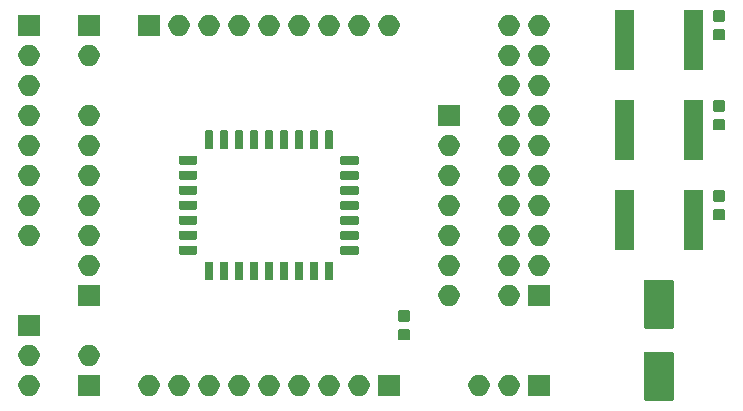
<source format=gbr>
G04 #@! TF.GenerationSoftware,KiCad,Pcbnew,(5.1.5)-3*
G04 #@! TF.CreationDate,2020-03-19T17:15:20+01:00*
G04 #@! TF.ProjectId,ProgrammingBoard,50726f67-7261-46d6-9d69-6e67426f6172,v0.1*
G04 #@! TF.SameCoordinates,Original*
G04 #@! TF.FileFunction,Soldermask,Top*
G04 #@! TF.FilePolarity,Negative*
%FSLAX46Y46*%
G04 Gerber Fmt 4.6, Leading zero omitted, Abs format (unit mm)*
G04 Created by KiCad (PCBNEW (5.1.5)-3) date 2020-03-19 17:15:20*
%MOMM*%
%LPD*%
G04 APERTURE LIST*
%ADD10C,0.100000*%
G04 APERTURE END LIST*
D10*
G36*
X213261934Y-129272671D02*
G01*
X213291877Y-129281754D01*
X213319465Y-129296500D01*
X213343651Y-129316349D01*
X213363500Y-129340535D01*
X213378246Y-129368123D01*
X213387329Y-129398066D01*
X213391000Y-129435340D01*
X213391000Y-133204660D01*
X213387329Y-133241934D01*
X213378246Y-133271877D01*
X213363500Y-133299465D01*
X213343651Y-133323651D01*
X213319465Y-133343500D01*
X213291877Y-133358246D01*
X213261934Y-133367329D01*
X213224660Y-133371000D01*
X210955340Y-133371000D01*
X210918066Y-133367329D01*
X210888123Y-133358246D01*
X210860535Y-133343500D01*
X210836349Y-133323651D01*
X210816500Y-133299465D01*
X210801754Y-133271877D01*
X210792671Y-133241934D01*
X210789000Y-133204660D01*
X210789000Y-129435340D01*
X210792671Y-129398066D01*
X210801754Y-129368123D01*
X210816500Y-129340535D01*
X210836349Y-129316349D01*
X210860535Y-129296500D01*
X210888123Y-129281754D01*
X210918066Y-129272671D01*
X210955340Y-129269000D01*
X213224660Y-129269000D01*
X213261934Y-129272671D01*
G37*
G36*
X158863512Y-131183927D02*
G01*
X159012812Y-131213624D01*
X159176784Y-131281544D01*
X159324354Y-131380147D01*
X159449853Y-131505646D01*
X159548456Y-131653216D01*
X159616376Y-131817188D01*
X159651000Y-131991259D01*
X159651000Y-132168741D01*
X159616376Y-132342812D01*
X159548456Y-132506784D01*
X159449853Y-132654354D01*
X159324354Y-132779853D01*
X159176784Y-132878456D01*
X159012812Y-132946376D01*
X158863512Y-132976073D01*
X158838742Y-132981000D01*
X158661258Y-132981000D01*
X158636488Y-132976073D01*
X158487188Y-132946376D01*
X158323216Y-132878456D01*
X158175646Y-132779853D01*
X158050147Y-132654354D01*
X157951544Y-132506784D01*
X157883624Y-132342812D01*
X157849000Y-132168741D01*
X157849000Y-131991259D01*
X157883624Y-131817188D01*
X157951544Y-131653216D01*
X158050147Y-131505646D01*
X158175646Y-131380147D01*
X158323216Y-131281544D01*
X158487188Y-131213624D01*
X158636488Y-131183927D01*
X158661258Y-131179000D01*
X158838742Y-131179000D01*
X158863512Y-131183927D01*
G37*
G36*
X184263512Y-131183927D02*
G01*
X184412812Y-131213624D01*
X184576784Y-131281544D01*
X184724354Y-131380147D01*
X184849853Y-131505646D01*
X184948456Y-131653216D01*
X185016376Y-131817188D01*
X185051000Y-131991259D01*
X185051000Y-132168741D01*
X185016376Y-132342812D01*
X184948456Y-132506784D01*
X184849853Y-132654354D01*
X184724354Y-132779853D01*
X184576784Y-132878456D01*
X184412812Y-132946376D01*
X184263512Y-132976073D01*
X184238742Y-132981000D01*
X184061258Y-132981000D01*
X184036488Y-132976073D01*
X183887188Y-132946376D01*
X183723216Y-132878456D01*
X183575646Y-132779853D01*
X183450147Y-132654354D01*
X183351544Y-132506784D01*
X183283624Y-132342812D01*
X183249000Y-132168741D01*
X183249000Y-131991259D01*
X183283624Y-131817188D01*
X183351544Y-131653216D01*
X183450147Y-131505646D01*
X183575646Y-131380147D01*
X183723216Y-131281544D01*
X183887188Y-131213624D01*
X184036488Y-131183927D01*
X184061258Y-131179000D01*
X184238742Y-131179000D01*
X184263512Y-131183927D01*
G37*
G36*
X186803512Y-131183927D02*
G01*
X186952812Y-131213624D01*
X187116784Y-131281544D01*
X187264354Y-131380147D01*
X187389853Y-131505646D01*
X187488456Y-131653216D01*
X187556376Y-131817188D01*
X187591000Y-131991259D01*
X187591000Y-132168741D01*
X187556376Y-132342812D01*
X187488456Y-132506784D01*
X187389853Y-132654354D01*
X187264354Y-132779853D01*
X187116784Y-132878456D01*
X186952812Y-132946376D01*
X186803512Y-132976073D01*
X186778742Y-132981000D01*
X186601258Y-132981000D01*
X186576488Y-132976073D01*
X186427188Y-132946376D01*
X186263216Y-132878456D01*
X186115646Y-132779853D01*
X185990147Y-132654354D01*
X185891544Y-132506784D01*
X185823624Y-132342812D01*
X185789000Y-132168741D01*
X185789000Y-131991259D01*
X185823624Y-131817188D01*
X185891544Y-131653216D01*
X185990147Y-131505646D01*
X186115646Y-131380147D01*
X186263216Y-131281544D01*
X186427188Y-131213624D01*
X186576488Y-131183927D01*
X186601258Y-131179000D01*
X186778742Y-131179000D01*
X186803512Y-131183927D01*
G37*
G36*
X190131000Y-132981000D02*
G01*
X188329000Y-132981000D01*
X188329000Y-131179000D01*
X190131000Y-131179000D01*
X190131000Y-132981000D01*
G37*
G36*
X196963512Y-131183927D02*
G01*
X197112812Y-131213624D01*
X197276784Y-131281544D01*
X197424354Y-131380147D01*
X197549853Y-131505646D01*
X197648456Y-131653216D01*
X197716376Y-131817188D01*
X197751000Y-131991259D01*
X197751000Y-132168741D01*
X197716376Y-132342812D01*
X197648456Y-132506784D01*
X197549853Y-132654354D01*
X197424354Y-132779853D01*
X197276784Y-132878456D01*
X197112812Y-132946376D01*
X196963512Y-132976073D01*
X196938742Y-132981000D01*
X196761258Y-132981000D01*
X196736488Y-132976073D01*
X196587188Y-132946376D01*
X196423216Y-132878456D01*
X196275646Y-132779853D01*
X196150147Y-132654354D01*
X196051544Y-132506784D01*
X195983624Y-132342812D01*
X195949000Y-132168741D01*
X195949000Y-131991259D01*
X195983624Y-131817188D01*
X196051544Y-131653216D01*
X196150147Y-131505646D01*
X196275646Y-131380147D01*
X196423216Y-131281544D01*
X196587188Y-131213624D01*
X196736488Y-131183927D01*
X196761258Y-131179000D01*
X196938742Y-131179000D01*
X196963512Y-131183927D01*
G37*
G36*
X199503512Y-131183927D02*
G01*
X199652812Y-131213624D01*
X199816784Y-131281544D01*
X199964354Y-131380147D01*
X200089853Y-131505646D01*
X200188456Y-131653216D01*
X200256376Y-131817188D01*
X200291000Y-131991259D01*
X200291000Y-132168741D01*
X200256376Y-132342812D01*
X200188456Y-132506784D01*
X200089853Y-132654354D01*
X199964354Y-132779853D01*
X199816784Y-132878456D01*
X199652812Y-132946376D01*
X199503512Y-132976073D01*
X199478742Y-132981000D01*
X199301258Y-132981000D01*
X199276488Y-132976073D01*
X199127188Y-132946376D01*
X198963216Y-132878456D01*
X198815646Y-132779853D01*
X198690147Y-132654354D01*
X198591544Y-132506784D01*
X198523624Y-132342812D01*
X198489000Y-132168741D01*
X198489000Y-131991259D01*
X198523624Y-131817188D01*
X198591544Y-131653216D01*
X198690147Y-131505646D01*
X198815646Y-131380147D01*
X198963216Y-131281544D01*
X199127188Y-131213624D01*
X199276488Y-131183927D01*
X199301258Y-131179000D01*
X199478742Y-131179000D01*
X199503512Y-131183927D01*
G37*
G36*
X202831000Y-132981000D02*
G01*
X201029000Y-132981000D01*
X201029000Y-131179000D01*
X202831000Y-131179000D01*
X202831000Y-132981000D01*
G37*
G36*
X181723512Y-131183927D02*
G01*
X181872812Y-131213624D01*
X182036784Y-131281544D01*
X182184354Y-131380147D01*
X182309853Y-131505646D01*
X182408456Y-131653216D01*
X182476376Y-131817188D01*
X182511000Y-131991259D01*
X182511000Y-132168741D01*
X182476376Y-132342812D01*
X182408456Y-132506784D01*
X182309853Y-132654354D01*
X182184354Y-132779853D01*
X182036784Y-132878456D01*
X181872812Y-132946376D01*
X181723512Y-132976073D01*
X181698742Y-132981000D01*
X181521258Y-132981000D01*
X181496488Y-132976073D01*
X181347188Y-132946376D01*
X181183216Y-132878456D01*
X181035646Y-132779853D01*
X180910147Y-132654354D01*
X180811544Y-132506784D01*
X180743624Y-132342812D01*
X180709000Y-132168741D01*
X180709000Y-131991259D01*
X180743624Y-131817188D01*
X180811544Y-131653216D01*
X180910147Y-131505646D01*
X181035646Y-131380147D01*
X181183216Y-131281544D01*
X181347188Y-131213624D01*
X181496488Y-131183927D01*
X181521258Y-131179000D01*
X181698742Y-131179000D01*
X181723512Y-131183927D01*
G37*
G36*
X179183512Y-131183927D02*
G01*
X179332812Y-131213624D01*
X179496784Y-131281544D01*
X179644354Y-131380147D01*
X179769853Y-131505646D01*
X179868456Y-131653216D01*
X179936376Y-131817188D01*
X179971000Y-131991259D01*
X179971000Y-132168741D01*
X179936376Y-132342812D01*
X179868456Y-132506784D01*
X179769853Y-132654354D01*
X179644354Y-132779853D01*
X179496784Y-132878456D01*
X179332812Y-132946376D01*
X179183512Y-132976073D01*
X179158742Y-132981000D01*
X178981258Y-132981000D01*
X178956488Y-132976073D01*
X178807188Y-132946376D01*
X178643216Y-132878456D01*
X178495646Y-132779853D01*
X178370147Y-132654354D01*
X178271544Y-132506784D01*
X178203624Y-132342812D01*
X178169000Y-132168741D01*
X178169000Y-131991259D01*
X178203624Y-131817188D01*
X178271544Y-131653216D01*
X178370147Y-131505646D01*
X178495646Y-131380147D01*
X178643216Y-131281544D01*
X178807188Y-131213624D01*
X178956488Y-131183927D01*
X178981258Y-131179000D01*
X179158742Y-131179000D01*
X179183512Y-131183927D01*
G37*
G36*
X176643512Y-131183927D02*
G01*
X176792812Y-131213624D01*
X176956784Y-131281544D01*
X177104354Y-131380147D01*
X177229853Y-131505646D01*
X177328456Y-131653216D01*
X177396376Y-131817188D01*
X177431000Y-131991259D01*
X177431000Y-132168741D01*
X177396376Y-132342812D01*
X177328456Y-132506784D01*
X177229853Y-132654354D01*
X177104354Y-132779853D01*
X176956784Y-132878456D01*
X176792812Y-132946376D01*
X176643512Y-132976073D01*
X176618742Y-132981000D01*
X176441258Y-132981000D01*
X176416488Y-132976073D01*
X176267188Y-132946376D01*
X176103216Y-132878456D01*
X175955646Y-132779853D01*
X175830147Y-132654354D01*
X175731544Y-132506784D01*
X175663624Y-132342812D01*
X175629000Y-132168741D01*
X175629000Y-131991259D01*
X175663624Y-131817188D01*
X175731544Y-131653216D01*
X175830147Y-131505646D01*
X175955646Y-131380147D01*
X176103216Y-131281544D01*
X176267188Y-131213624D01*
X176416488Y-131183927D01*
X176441258Y-131179000D01*
X176618742Y-131179000D01*
X176643512Y-131183927D01*
G37*
G36*
X174103512Y-131183927D02*
G01*
X174252812Y-131213624D01*
X174416784Y-131281544D01*
X174564354Y-131380147D01*
X174689853Y-131505646D01*
X174788456Y-131653216D01*
X174856376Y-131817188D01*
X174891000Y-131991259D01*
X174891000Y-132168741D01*
X174856376Y-132342812D01*
X174788456Y-132506784D01*
X174689853Y-132654354D01*
X174564354Y-132779853D01*
X174416784Y-132878456D01*
X174252812Y-132946376D01*
X174103512Y-132976073D01*
X174078742Y-132981000D01*
X173901258Y-132981000D01*
X173876488Y-132976073D01*
X173727188Y-132946376D01*
X173563216Y-132878456D01*
X173415646Y-132779853D01*
X173290147Y-132654354D01*
X173191544Y-132506784D01*
X173123624Y-132342812D01*
X173089000Y-132168741D01*
X173089000Y-131991259D01*
X173123624Y-131817188D01*
X173191544Y-131653216D01*
X173290147Y-131505646D01*
X173415646Y-131380147D01*
X173563216Y-131281544D01*
X173727188Y-131213624D01*
X173876488Y-131183927D01*
X173901258Y-131179000D01*
X174078742Y-131179000D01*
X174103512Y-131183927D01*
G37*
G36*
X171563512Y-131183927D02*
G01*
X171712812Y-131213624D01*
X171876784Y-131281544D01*
X172024354Y-131380147D01*
X172149853Y-131505646D01*
X172248456Y-131653216D01*
X172316376Y-131817188D01*
X172351000Y-131991259D01*
X172351000Y-132168741D01*
X172316376Y-132342812D01*
X172248456Y-132506784D01*
X172149853Y-132654354D01*
X172024354Y-132779853D01*
X171876784Y-132878456D01*
X171712812Y-132946376D01*
X171563512Y-132976073D01*
X171538742Y-132981000D01*
X171361258Y-132981000D01*
X171336488Y-132976073D01*
X171187188Y-132946376D01*
X171023216Y-132878456D01*
X170875646Y-132779853D01*
X170750147Y-132654354D01*
X170651544Y-132506784D01*
X170583624Y-132342812D01*
X170549000Y-132168741D01*
X170549000Y-131991259D01*
X170583624Y-131817188D01*
X170651544Y-131653216D01*
X170750147Y-131505646D01*
X170875646Y-131380147D01*
X171023216Y-131281544D01*
X171187188Y-131213624D01*
X171336488Y-131183927D01*
X171361258Y-131179000D01*
X171538742Y-131179000D01*
X171563512Y-131183927D01*
G37*
G36*
X169023512Y-131183927D02*
G01*
X169172812Y-131213624D01*
X169336784Y-131281544D01*
X169484354Y-131380147D01*
X169609853Y-131505646D01*
X169708456Y-131653216D01*
X169776376Y-131817188D01*
X169811000Y-131991259D01*
X169811000Y-132168741D01*
X169776376Y-132342812D01*
X169708456Y-132506784D01*
X169609853Y-132654354D01*
X169484354Y-132779853D01*
X169336784Y-132878456D01*
X169172812Y-132946376D01*
X169023512Y-132976073D01*
X168998742Y-132981000D01*
X168821258Y-132981000D01*
X168796488Y-132976073D01*
X168647188Y-132946376D01*
X168483216Y-132878456D01*
X168335646Y-132779853D01*
X168210147Y-132654354D01*
X168111544Y-132506784D01*
X168043624Y-132342812D01*
X168009000Y-132168741D01*
X168009000Y-131991259D01*
X168043624Y-131817188D01*
X168111544Y-131653216D01*
X168210147Y-131505646D01*
X168335646Y-131380147D01*
X168483216Y-131281544D01*
X168647188Y-131213624D01*
X168796488Y-131183927D01*
X168821258Y-131179000D01*
X168998742Y-131179000D01*
X169023512Y-131183927D01*
G37*
G36*
X164731000Y-132981000D02*
G01*
X162929000Y-132981000D01*
X162929000Y-131179000D01*
X164731000Y-131179000D01*
X164731000Y-132981000D01*
G37*
G36*
X158863512Y-128643927D02*
G01*
X159012812Y-128673624D01*
X159176784Y-128741544D01*
X159324354Y-128840147D01*
X159449853Y-128965646D01*
X159548456Y-129113216D01*
X159616376Y-129277188D01*
X159651000Y-129451259D01*
X159651000Y-129628741D01*
X159616376Y-129802812D01*
X159548456Y-129966784D01*
X159449853Y-130114354D01*
X159324354Y-130239853D01*
X159176784Y-130338456D01*
X159012812Y-130406376D01*
X158863512Y-130436073D01*
X158838742Y-130441000D01*
X158661258Y-130441000D01*
X158636488Y-130436073D01*
X158487188Y-130406376D01*
X158323216Y-130338456D01*
X158175646Y-130239853D01*
X158050147Y-130114354D01*
X157951544Y-129966784D01*
X157883624Y-129802812D01*
X157849000Y-129628741D01*
X157849000Y-129451259D01*
X157883624Y-129277188D01*
X157951544Y-129113216D01*
X158050147Y-128965646D01*
X158175646Y-128840147D01*
X158323216Y-128741544D01*
X158487188Y-128673624D01*
X158636488Y-128643927D01*
X158661258Y-128639000D01*
X158838742Y-128639000D01*
X158863512Y-128643927D01*
G37*
G36*
X163943512Y-128643927D02*
G01*
X164092812Y-128673624D01*
X164256784Y-128741544D01*
X164404354Y-128840147D01*
X164529853Y-128965646D01*
X164628456Y-129113216D01*
X164696376Y-129277188D01*
X164731000Y-129451259D01*
X164731000Y-129628741D01*
X164696376Y-129802812D01*
X164628456Y-129966784D01*
X164529853Y-130114354D01*
X164404354Y-130239853D01*
X164256784Y-130338456D01*
X164092812Y-130406376D01*
X163943512Y-130436073D01*
X163918742Y-130441000D01*
X163741258Y-130441000D01*
X163716488Y-130436073D01*
X163567188Y-130406376D01*
X163403216Y-130338456D01*
X163255646Y-130239853D01*
X163130147Y-130114354D01*
X163031544Y-129966784D01*
X162963624Y-129802812D01*
X162929000Y-129628741D01*
X162929000Y-129451259D01*
X162963624Y-129277188D01*
X163031544Y-129113216D01*
X163130147Y-128965646D01*
X163255646Y-128840147D01*
X163403216Y-128741544D01*
X163567188Y-128673624D01*
X163716488Y-128643927D01*
X163741258Y-128639000D01*
X163918742Y-128639000D01*
X163943512Y-128643927D01*
G37*
G36*
X190879591Y-127303085D02*
G01*
X190913569Y-127313393D01*
X190944890Y-127330134D01*
X190972339Y-127352661D01*
X190994866Y-127380110D01*
X191011607Y-127411431D01*
X191021915Y-127445409D01*
X191026000Y-127486890D01*
X191026000Y-128088110D01*
X191021915Y-128129591D01*
X191011607Y-128163569D01*
X190994866Y-128194890D01*
X190972339Y-128222339D01*
X190944890Y-128244866D01*
X190913569Y-128261607D01*
X190879591Y-128271915D01*
X190838110Y-128276000D01*
X190161890Y-128276000D01*
X190120409Y-128271915D01*
X190086431Y-128261607D01*
X190055110Y-128244866D01*
X190027661Y-128222339D01*
X190005134Y-128194890D01*
X189988393Y-128163569D01*
X189978085Y-128129591D01*
X189974000Y-128088110D01*
X189974000Y-127486890D01*
X189978085Y-127445409D01*
X189988393Y-127411431D01*
X190005134Y-127380110D01*
X190027661Y-127352661D01*
X190055110Y-127330134D01*
X190086431Y-127313393D01*
X190120409Y-127303085D01*
X190161890Y-127299000D01*
X190838110Y-127299000D01*
X190879591Y-127303085D01*
G37*
G36*
X159651000Y-127901000D02*
G01*
X157849000Y-127901000D01*
X157849000Y-126099000D01*
X159651000Y-126099000D01*
X159651000Y-127901000D01*
G37*
G36*
X213261934Y-123172671D02*
G01*
X213291877Y-123181754D01*
X213319465Y-123196500D01*
X213343651Y-123216349D01*
X213363500Y-123240535D01*
X213378246Y-123268123D01*
X213387329Y-123298066D01*
X213391000Y-123335340D01*
X213391000Y-127104660D01*
X213387329Y-127141934D01*
X213378246Y-127171877D01*
X213363500Y-127199465D01*
X213343651Y-127223651D01*
X213319465Y-127243500D01*
X213291877Y-127258246D01*
X213261934Y-127267329D01*
X213224660Y-127271000D01*
X210955340Y-127271000D01*
X210918066Y-127267329D01*
X210888123Y-127258246D01*
X210860535Y-127243500D01*
X210836349Y-127223651D01*
X210816500Y-127199465D01*
X210801754Y-127171877D01*
X210792671Y-127141934D01*
X210789000Y-127104660D01*
X210789000Y-123335340D01*
X210792671Y-123298066D01*
X210801754Y-123268123D01*
X210816500Y-123240535D01*
X210836349Y-123216349D01*
X210860535Y-123196500D01*
X210888123Y-123181754D01*
X210918066Y-123172671D01*
X210955340Y-123169000D01*
X213224660Y-123169000D01*
X213261934Y-123172671D01*
G37*
G36*
X190879591Y-125728085D02*
G01*
X190913569Y-125738393D01*
X190944890Y-125755134D01*
X190972339Y-125777661D01*
X190994866Y-125805110D01*
X191011607Y-125836431D01*
X191021915Y-125870409D01*
X191026000Y-125911890D01*
X191026000Y-126513110D01*
X191021915Y-126554591D01*
X191011607Y-126588569D01*
X190994866Y-126619890D01*
X190972339Y-126647339D01*
X190944890Y-126669866D01*
X190913569Y-126686607D01*
X190879591Y-126696915D01*
X190838110Y-126701000D01*
X190161890Y-126701000D01*
X190120409Y-126696915D01*
X190086431Y-126686607D01*
X190055110Y-126669866D01*
X190027661Y-126647339D01*
X190005134Y-126619890D01*
X189988393Y-126588569D01*
X189978085Y-126554591D01*
X189974000Y-126513110D01*
X189974000Y-125911890D01*
X189978085Y-125870409D01*
X189988393Y-125836431D01*
X190005134Y-125805110D01*
X190027661Y-125777661D01*
X190055110Y-125755134D01*
X190086431Y-125738393D01*
X190120409Y-125728085D01*
X190161890Y-125724000D01*
X190838110Y-125724000D01*
X190879591Y-125728085D01*
G37*
G36*
X194423512Y-123563927D02*
G01*
X194572812Y-123593624D01*
X194736784Y-123661544D01*
X194884354Y-123760147D01*
X195009853Y-123885646D01*
X195108456Y-124033216D01*
X195176376Y-124197188D01*
X195211000Y-124371259D01*
X195211000Y-124548741D01*
X195176376Y-124722812D01*
X195108456Y-124886784D01*
X195009853Y-125034354D01*
X194884354Y-125159853D01*
X194736784Y-125258456D01*
X194572812Y-125326376D01*
X194423512Y-125356073D01*
X194398742Y-125361000D01*
X194221258Y-125361000D01*
X194196488Y-125356073D01*
X194047188Y-125326376D01*
X193883216Y-125258456D01*
X193735646Y-125159853D01*
X193610147Y-125034354D01*
X193511544Y-124886784D01*
X193443624Y-124722812D01*
X193409000Y-124548741D01*
X193409000Y-124371259D01*
X193443624Y-124197188D01*
X193511544Y-124033216D01*
X193610147Y-123885646D01*
X193735646Y-123760147D01*
X193883216Y-123661544D01*
X194047188Y-123593624D01*
X194196488Y-123563927D01*
X194221258Y-123559000D01*
X194398742Y-123559000D01*
X194423512Y-123563927D01*
G37*
G36*
X199503512Y-123563927D02*
G01*
X199652812Y-123593624D01*
X199816784Y-123661544D01*
X199964354Y-123760147D01*
X200089853Y-123885646D01*
X200188456Y-124033216D01*
X200256376Y-124197188D01*
X200291000Y-124371259D01*
X200291000Y-124548741D01*
X200256376Y-124722812D01*
X200188456Y-124886784D01*
X200089853Y-125034354D01*
X199964354Y-125159853D01*
X199816784Y-125258456D01*
X199652812Y-125326376D01*
X199503512Y-125356073D01*
X199478742Y-125361000D01*
X199301258Y-125361000D01*
X199276488Y-125356073D01*
X199127188Y-125326376D01*
X198963216Y-125258456D01*
X198815646Y-125159853D01*
X198690147Y-125034354D01*
X198591544Y-124886784D01*
X198523624Y-124722812D01*
X198489000Y-124548741D01*
X198489000Y-124371259D01*
X198523624Y-124197188D01*
X198591544Y-124033216D01*
X198690147Y-123885646D01*
X198815646Y-123760147D01*
X198963216Y-123661544D01*
X199127188Y-123593624D01*
X199276488Y-123563927D01*
X199301258Y-123559000D01*
X199478742Y-123559000D01*
X199503512Y-123563927D01*
G37*
G36*
X202831000Y-125361000D02*
G01*
X201029000Y-125361000D01*
X201029000Y-123559000D01*
X202831000Y-123559000D01*
X202831000Y-125361000D01*
G37*
G36*
X164731000Y-125361000D02*
G01*
X162929000Y-125361000D01*
X162929000Y-123559000D01*
X164731000Y-123559000D01*
X164731000Y-125361000D01*
G37*
G36*
X180599928Y-121616764D02*
G01*
X180621009Y-121623160D01*
X180640445Y-121633548D01*
X180657476Y-121647524D01*
X180671452Y-121664555D01*
X180681840Y-121683991D01*
X180688236Y-121705072D01*
X180691000Y-121733140D01*
X180691000Y-123071860D01*
X180688236Y-123099928D01*
X180681840Y-123121009D01*
X180671452Y-123140445D01*
X180657476Y-123157476D01*
X180640445Y-123171452D01*
X180621009Y-123181840D01*
X180599928Y-123188236D01*
X180571860Y-123191000D01*
X180108140Y-123191000D01*
X180080072Y-123188236D01*
X180058991Y-123181840D01*
X180039555Y-123171452D01*
X180022524Y-123157476D01*
X180008548Y-123140445D01*
X179998160Y-123121009D01*
X179991764Y-123099928D01*
X179989000Y-123071860D01*
X179989000Y-121733140D01*
X179991764Y-121705072D01*
X179998160Y-121683991D01*
X180008548Y-121664555D01*
X180022524Y-121647524D01*
X180039555Y-121633548D01*
X180058991Y-121623160D01*
X180080072Y-121616764D01*
X180108140Y-121614000D01*
X180571860Y-121614000D01*
X180599928Y-121616764D01*
G37*
G36*
X179329928Y-121616764D02*
G01*
X179351009Y-121623160D01*
X179370445Y-121633548D01*
X179387476Y-121647524D01*
X179401452Y-121664555D01*
X179411840Y-121683991D01*
X179418236Y-121705072D01*
X179421000Y-121733140D01*
X179421000Y-123071860D01*
X179418236Y-123099928D01*
X179411840Y-123121009D01*
X179401452Y-123140445D01*
X179387476Y-123157476D01*
X179370445Y-123171452D01*
X179351009Y-123181840D01*
X179329928Y-123188236D01*
X179301860Y-123191000D01*
X178838140Y-123191000D01*
X178810072Y-123188236D01*
X178788991Y-123181840D01*
X178769555Y-123171452D01*
X178752524Y-123157476D01*
X178738548Y-123140445D01*
X178728160Y-123121009D01*
X178721764Y-123099928D01*
X178719000Y-123071860D01*
X178719000Y-121733140D01*
X178721764Y-121705072D01*
X178728160Y-121683991D01*
X178738548Y-121664555D01*
X178752524Y-121647524D01*
X178769555Y-121633548D01*
X178788991Y-121623160D01*
X178810072Y-121616764D01*
X178838140Y-121614000D01*
X179301860Y-121614000D01*
X179329928Y-121616764D01*
G37*
G36*
X178059928Y-121616764D02*
G01*
X178081009Y-121623160D01*
X178100445Y-121633548D01*
X178117476Y-121647524D01*
X178131452Y-121664555D01*
X178141840Y-121683991D01*
X178148236Y-121705072D01*
X178151000Y-121733140D01*
X178151000Y-123071860D01*
X178148236Y-123099928D01*
X178141840Y-123121009D01*
X178131452Y-123140445D01*
X178117476Y-123157476D01*
X178100445Y-123171452D01*
X178081009Y-123181840D01*
X178059928Y-123188236D01*
X178031860Y-123191000D01*
X177568140Y-123191000D01*
X177540072Y-123188236D01*
X177518991Y-123181840D01*
X177499555Y-123171452D01*
X177482524Y-123157476D01*
X177468548Y-123140445D01*
X177458160Y-123121009D01*
X177451764Y-123099928D01*
X177449000Y-123071860D01*
X177449000Y-121733140D01*
X177451764Y-121705072D01*
X177458160Y-121683991D01*
X177468548Y-121664555D01*
X177482524Y-121647524D01*
X177499555Y-121633548D01*
X177518991Y-121623160D01*
X177540072Y-121616764D01*
X177568140Y-121614000D01*
X178031860Y-121614000D01*
X178059928Y-121616764D01*
G37*
G36*
X176789928Y-121616764D02*
G01*
X176811009Y-121623160D01*
X176830445Y-121633548D01*
X176847476Y-121647524D01*
X176861452Y-121664555D01*
X176871840Y-121683991D01*
X176878236Y-121705072D01*
X176881000Y-121733140D01*
X176881000Y-123071860D01*
X176878236Y-123099928D01*
X176871840Y-123121009D01*
X176861452Y-123140445D01*
X176847476Y-123157476D01*
X176830445Y-123171452D01*
X176811009Y-123181840D01*
X176789928Y-123188236D01*
X176761860Y-123191000D01*
X176298140Y-123191000D01*
X176270072Y-123188236D01*
X176248991Y-123181840D01*
X176229555Y-123171452D01*
X176212524Y-123157476D01*
X176198548Y-123140445D01*
X176188160Y-123121009D01*
X176181764Y-123099928D01*
X176179000Y-123071860D01*
X176179000Y-121733140D01*
X176181764Y-121705072D01*
X176188160Y-121683991D01*
X176198548Y-121664555D01*
X176212524Y-121647524D01*
X176229555Y-121633548D01*
X176248991Y-121623160D01*
X176270072Y-121616764D01*
X176298140Y-121614000D01*
X176761860Y-121614000D01*
X176789928Y-121616764D01*
G37*
G36*
X181869928Y-121616764D02*
G01*
X181891009Y-121623160D01*
X181910445Y-121633548D01*
X181927476Y-121647524D01*
X181941452Y-121664555D01*
X181951840Y-121683991D01*
X181958236Y-121705072D01*
X181961000Y-121733140D01*
X181961000Y-123071860D01*
X181958236Y-123099928D01*
X181951840Y-123121009D01*
X181941452Y-123140445D01*
X181927476Y-123157476D01*
X181910445Y-123171452D01*
X181891009Y-123181840D01*
X181869928Y-123188236D01*
X181841860Y-123191000D01*
X181378140Y-123191000D01*
X181350072Y-123188236D01*
X181328991Y-123181840D01*
X181309555Y-123171452D01*
X181292524Y-123157476D01*
X181278548Y-123140445D01*
X181268160Y-123121009D01*
X181261764Y-123099928D01*
X181259000Y-123071860D01*
X181259000Y-121733140D01*
X181261764Y-121705072D01*
X181268160Y-121683991D01*
X181278548Y-121664555D01*
X181292524Y-121647524D01*
X181309555Y-121633548D01*
X181328991Y-121623160D01*
X181350072Y-121616764D01*
X181378140Y-121614000D01*
X181841860Y-121614000D01*
X181869928Y-121616764D01*
G37*
G36*
X183139928Y-121616764D02*
G01*
X183161009Y-121623160D01*
X183180445Y-121633548D01*
X183197476Y-121647524D01*
X183211452Y-121664555D01*
X183221840Y-121683991D01*
X183228236Y-121705072D01*
X183231000Y-121733140D01*
X183231000Y-123071860D01*
X183228236Y-123099928D01*
X183221840Y-123121009D01*
X183211452Y-123140445D01*
X183197476Y-123157476D01*
X183180445Y-123171452D01*
X183161009Y-123181840D01*
X183139928Y-123188236D01*
X183111860Y-123191000D01*
X182648140Y-123191000D01*
X182620072Y-123188236D01*
X182598991Y-123181840D01*
X182579555Y-123171452D01*
X182562524Y-123157476D01*
X182548548Y-123140445D01*
X182538160Y-123121009D01*
X182531764Y-123099928D01*
X182529000Y-123071860D01*
X182529000Y-121733140D01*
X182531764Y-121705072D01*
X182538160Y-121683991D01*
X182548548Y-121664555D01*
X182562524Y-121647524D01*
X182579555Y-121633548D01*
X182598991Y-121623160D01*
X182620072Y-121616764D01*
X182648140Y-121614000D01*
X183111860Y-121614000D01*
X183139928Y-121616764D01*
G37*
G36*
X175519928Y-121616764D02*
G01*
X175541009Y-121623160D01*
X175560445Y-121633548D01*
X175577476Y-121647524D01*
X175591452Y-121664555D01*
X175601840Y-121683991D01*
X175608236Y-121705072D01*
X175611000Y-121733140D01*
X175611000Y-123071860D01*
X175608236Y-123099928D01*
X175601840Y-123121009D01*
X175591452Y-123140445D01*
X175577476Y-123157476D01*
X175560445Y-123171452D01*
X175541009Y-123181840D01*
X175519928Y-123188236D01*
X175491860Y-123191000D01*
X175028140Y-123191000D01*
X175000072Y-123188236D01*
X174978991Y-123181840D01*
X174959555Y-123171452D01*
X174942524Y-123157476D01*
X174928548Y-123140445D01*
X174918160Y-123121009D01*
X174911764Y-123099928D01*
X174909000Y-123071860D01*
X174909000Y-121733140D01*
X174911764Y-121705072D01*
X174918160Y-121683991D01*
X174928548Y-121664555D01*
X174942524Y-121647524D01*
X174959555Y-121633548D01*
X174978991Y-121623160D01*
X175000072Y-121616764D01*
X175028140Y-121614000D01*
X175491860Y-121614000D01*
X175519928Y-121616764D01*
G37*
G36*
X174249928Y-121616764D02*
G01*
X174271009Y-121623160D01*
X174290445Y-121633548D01*
X174307476Y-121647524D01*
X174321452Y-121664555D01*
X174331840Y-121683991D01*
X174338236Y-121705072D01*
X174341000Y-121733140D01*
X174341000Y-123071860D01*
X174338236Y-123099928D01*
X174331840Y-123121009D01*
X174321452Y-123140445D01*
X174307476Y-123157476D01*
X174290445Y-123171452D01*
X174271009Y-123181840D01*
X174249928Y-123188236D01*
X174221860Y-123191000D01*
X173758140Y-123191000D01*
X173730072Y-123188236D01*
X173708991Y-123181840D01*
X173689555Y-123171452D01*
X173672524Y-123157476D01*
X173658548Y-123140445D01*
X173648160Y-123121009D01*
X173641764Y-123099928D01*
X173639000Y-123071860D01*
X173639000Y-121733140D01*
X173641764Y-121705072D01*
X173648160Y-121683991D01*
X173658548Y-121664555D01*
X173672524Y-121647524D01*
X173689555Y-121633548D01*
X173708991Y-121623160D01*
X173730072Y-121616764D01*
X173758140Y-121614000D01*
X174221860Y-121614000D01*
X174249928Y-121616764D01*
G37*
G36*
X184409928Y-121616764D02*
G01*
X184431009Y-121623160D01*
X184450445Y-121633548D01*
X184467476Y-121647524D01*
X184481452Y-121664555D01*
X184491840Y-121683991D01*
X184498236Y-121705072D01*
X184501000Y-121733140D01*
X184501000Y-123071860D01*
X184498236Y-123099928D01*
X184491840Y-123121009D01*
X184481452Y-123140445D01*
X184467476Y-123157476D01*
X184450445Y-123171452D01*
X184431009Y-123181840D01*
X184409928Y-123188236D01*
X184381860Y-123191000D01*
X183918140Y-123191000D01*
X183890072Y-123188236D01*
X183868991Y-123181840D01*
X183849555Y-123171452D01*
X183832524Y-123157476D01*
X183818548Y-123140445D01*
X183808160Y-123121009D01*
X183801764Y-123099928D01*
X183799000Y-123071860D01*
X183799000Y-121733140D01*
X183801764Y-121705072D01*
X183808160Y-121683991D01*
X183818548Y-121664555D01*
X183832524Y-121647524D01*
X183849555Y-121633548D01*
X183868991Y-121623160D01*
X183890072Y-121616764D01*
X183918140Y-121614000D01*
X184381860Y-121614000D01*
X184409928Y-121616764D01*
G37*
G36*
X194423512Y-121023927D02*
G01*
X194572812Y-121053624D01*
X194736784Y-121121544D01*
X194884354Y-121220147D01*
X195009853Y-121345646D01*
X195108456Y-121493216D01*
X195176376Y-121657188D01*
X195211000Y-121831259D01*
X195211000Y-122008741D01*
X195176376Y-122182812D01*
X195108456Y-122346784D01*
X195009853Y-122494354D01*
X194884354Y-122619853D01*
X194736784Y-122718456D01*
X194572812Y-122786376D01*
X194423512Y-122816073D01*
X194398742Y-122821000D01*
X194221258Y-122821000D01*
X194196488Y-122816073D01*
X194047188Y-122786376D01*
X193883216Y-122718456D01*
X193735646Y-122619853D01*
X193610147Y-122494354D01*
X193511544Y-122346784D01*
X193443624Y-122182812D01*
X193409000Y-122008741D01*
X193409000Y-121831259D01*
X193443624Y-121657188D01*
X193511544Y-121493216D01*
X193610147Y-121345646D01*
X193735646Y-121220147D01*
X193883216Y-121121544D01*
X194047188Y-121053624D01*
X194196488Y-121023927D01*
X194221258Y-121019000D01*
X194398742Y-121019000D01*
X194423512Y-121023927D01*
G37*
G36*
X199503512Y-121023927D02*
G01*
X199652812Y-121053624D01*
X199816784Y-121121544D01*
X199964354Y-121220147D01*
X200089853Y-121345646D01*
X200188456Y-121493216D01*
X200256376Y-121657188D01*
X200291000Y-121831259D01*
X200291000Y-122008741D01*
X200256376Y-122182812D01*
X200188456Y-122346784D01*
X200089853Y-122494354D01*
X199964354Y-122619853D01*
X199816784Y-122718456D01*
X199652812Y-122786376D01*
X199503512Y-122816073D01*
X199478742Y-122821000D01*
X199301258Y-122821000D01*
X199276488Y-122816073D01*
X199127188Y-122786376D01*
X198963216Y-122718456D01*
X198815646Y-122619853D01*
X198690147Y-122494354D01*
X198591544Y-122346784D01*
X198523624Y-122182812D01*
X198489000Y-122008741D01*
X198489000Y-121831259D01*
X198523624Y-121657188D01*
X198591544Y-121493216D01*
X198690147Y-121345646D01*
X198815646Y-121220147D01*
X198963216Y-121121544D01*
X199127188Y-121053624D01*
X199276488Y-121023927D01*
X199301258Y-121019000D01*
X199478742Y-121019000D01*
X199503512Y-121023927D01*
G37*
G36*
X202043512Y-121023927D02*
G01*
X202192812Y-121053624D01*
X202356784Y-121121544D01*
X202504354Y-121220147D01*
X202629853Y-121345646D01*
X202728456Y-121493216D01*
X202796376Y-121657188D01*
X202831000Y-121831259D01*
X202831000Y-122008741D01*
X202796376Y-122182812D01*
X202728456Y-122346784D01*
X202629853Y-122494354D01*
X202504354Y-122619853D01*
X202356784Y-122718456D01*
X202192812Y-122786376D01*
X202043512Y-122816073D01*
X202018742Y-122821000D01*
X201841258Y-122821000D01*
X201816488Y-122816073D01*
X201667188Y-122786376D01*
X201503216Y-122718456D01*
X201355646Y-122619853D01*
X201230147Y-122494354D01*
X201131544Y-122346784D01*
X201063624Y-122182812D01*
X201029000Y-122008741D01*
X201029000Y-121831259D01*
X201063624Y-121657188D01*
X201131544Y-121493216D01*
X201230147Y-121345646D01*
X201355646Y-121220147D01*
X201503216Y-121121544D01*
X201667188Y-121053624D01*
X201816488Y-121023927D01*
X201841258Y-121019000D01*
X202018742Y-121019000D01*
X202043512Y-121023927D01*
G37*
G36*
X163943512Y-121023927D02*
G01*
X164092812Y-121053624D01*
X164256784Y-121121544D01*
X164404354Y-121220147D01*
X164529853Y-121345646D01*
X164628456Y-121493216D01*
X164696376Y-121657188D01*
X164731000Y-121831259D01*
X164731000Y-122008741D01*
X164696376Y-122182812D01*
X164628456Y-122346784D01*
X164529853Y-122494354D01*
X164404354Y-122619853D01*
X164256784Y-122718456D01*
X164092812Y-122786376D01*
X163943512Y-122816073D01*
X163918742Y-122821000D01*
X163741258Y-122821000D01*
X163716488Y-122816073D01*
X163567188Y-122786376D01*
X163403216Y-122718456D01*
X163255646Y-122619853D01*
X163130147Y-122494354D01*
X163031544Y-122346784D01*
X162963624Y-122182812D01*
X162929000Y-122008741D01*
X162929000Y-121831259D01*
X162963624Y-121657188D01*
X163031544Y-121493216D01*
X163130147Y-121345646D01*
X163255646Y-121220147D01*
X163403216Y-121121544D01*
X163567188Y-121053624D01*
X163716488Y-121023927D01*
X163741258Y-121019000D01*
X163918742Y-121019000D01*
X163943512Y-121023927D01*
G37*
G36*
X172929928Y-120301764D02*
G01*
X172951009Y-120308160D01*
X172970445Y-120318548D01*
X172987476Y-120332524D01*
X173001452Y-120349555D01*
X173011840Y-120368991D01*
X173018236Y-120390072D01*
X173021000Y-120418140D01*
X173021000Y-120881860D01*
X173018236Y-120909928D01*
X173011840Y-120931009D01*
X173001452Y-120950445D01*
X172987476Y-120967476D01*
X172970445Y-120981452D01*
X172951009Y-120991840D01*
X172929928Y-120998236D01*
X172901860Y-121001000D01*
X171563140Y-121001000D01*
X171535072Y-120998236D01*
X171513991Y-120991840D01*
X171494555Y-120981452D01*
X171477524Y-120967476D01*
X171463548Y-120950445D01*
X171453160Y-120931009D01*
X171446764Y-120909928D01*
X171444000Y-120881860D01*
X171444000Y-120418140D01*
X171446764Y-120390072D01*
X171453160Y-120368991D01*
X171463548Y-120349555D01*
X171477524Y-120332524D01*
X171494555Y-120318548D01*
X171513991Y-120308160D01*
X171535072Y-120301764D01*
X171563140Y-120299000D01*
X172901860Y-120299000D01*
X172929928Y-120301764D01*
G37*
G36*
X186604928Y-120301764D02*
G01*
X186626009Y-120308160D01*
X186645445Y-120318548D01*
X186662476Y-120332524D01*
X186676452Y-120349555D01*
X186686840Y-120368991D01*
X186693236Y-120390072D01*
X186696000Y-120418140D01*
X186696000Y-120881860D01*
X186693236Y-120909928D01*
X186686840Y-120931009D01*
X186676452Y-120950445D01*
X186662476Y-120967476D01*
X186645445Y-120981452D01*
X186626009Y-120991840D01*
X186604928Y-120998236D01*
X186576860Y-121001000D01*
X185238140Y-121001000D01*
X185210072Y-120998236D01*
X185188991Y-120991840D01*
X185169555Y-120981452D01*
X185152524Y-120967476D01*
X185138548Y-120950445D01*
X185128160Y-120931009D01*
X185121764Y-120909928D01*
X185119000Y-120881860D01*
X185119000Y-120418140D01*
X185121764Y-120390072D01*
X185128160Y-120368991D01*
X185138548Y-120349555D01*
X185152524Y-120332524D01*
X185169555Y-120318548D01*
X185188991Y-120308160D01*
X185210072Y-120301764D01*
X185238140Y-120299000D01*
X186576860Y-120299000D01*
X186604928Y-120301764D01*
G37*
G36*
X215841000Y-120661000D02*
G01*
X214239000Y-120661000D01*
X214239000Y-115559000D01*
X215841000Y-115559000D01*
X215841000Y-120661000D01*
G37*
G36*
X209941000Y-120661000D02*
G01*
X208339000Y-120661000D01*
X208339000Y-115559000D01*
X209941000Y-115559000D01*
X209941000Y-120661000D01*
G37*
G36*
X199503512Y-118483927D02*
G01*
X199652812Y-118513624D01*
X199816784Y-118581544D01*
X199964354Y-118680147D01*
X200089853Y-118805646D01*
X200188456Y-118953216D01*
X200256376Y-119117188D01*
X200291000Y-119291259D01*
X200291000Y-119468741D01*
X200256376Y-119642812D01*
X200188456Y-119806784D01*
X200089853Y-119954354D01*
X199964354Y-120079853D01*
X199816784Y-120178456D01*
X199652812Y-120246376D01*
X199503512Y-120276073D01*
X199478742Y-120281000D01*
X199301258Y-120281000D01*
X199276488Y-120276073D01*
X199127188Y-120246376D01*
X198963216Y-120178456D01*
X198815646Y-120079853D01*
X198690147Y-119954354D01*
X198591544Y-119806784D01*
X198523624Y-119642812D01*
X198489000Y-119468741D01*
X198489000Y-119291259D01*
X198523624Y-119117188D01*
X198591544Y-118953216D01*
X198690147Y-118805646D01*
X198815646Y-118680147D01*
X198963216Y-118581544D01*
X199127188Y-118513624D01*
X199276488Y-118483927D01*
X199301258Y-118479000D01*
X199478742Y-118479000D01*
X199503512Y-118483927D01*
G37*
G36*
X194423512Y-118483927D02*
G01*
X194572812Y-118513624D01*
X194736784Y-118581544D01*
X194884354Y-118680147D01*
X195009853Y-118805646D01*
X195108456Y-118953216D01*
X195176376Y-119117188D01*
X195211000Y-119291259D01*
X195211000Y-119468741D01*
X195176376Y-119642812D01*
X195108456Y-119806784D01*
X195009853Y-119954354D01*
X194884354Y-120079853D01*
X194736784Y-120178456D01*
X194572812Y-120246376D01*
X194423512Y-120276073D01*
X194398742Y-120281000D01*
X194221258Y-120281000D01*
X194196488Y-120276073D01*
X194047188Y-120246376D01*
X193883216Y-120178456D01*
X193735646Y-120079853D01*
X193610147Y-119954354D01*
X193511544Y-119806784D01*
X193443624Y-119642812D01*
X193409000Y-119468741D01*
X193409000Y-119291259D01*
X193443624Y-119117188D01*
X193511544Y-118953216D01*
X193610147Y-118805646D01*
X193735646Y-118680147D01*
X193883216Y-118581544D01*
X194047188Y-118513624D01*
X194196488Y-118483927D01*
X194221258Y-118479000D01*
X194398742Y-118479000D01*
X194423512Y-118483927D01*
G37*
G36*
X163943512Y-118483927D02*
G01*
X164092812Y-118513624D01*
X164256784Y-118581544D01*
X164404354Y-118680147D01*
X164529853Y-118805646D01*
X164628456Y-118953216D01*
X164696376Y-119117188D01*
X164731000Y-119291259D01*
X164731000Y-119468741D01*
X164696376Y-119642812D01*
X164628456Y-119806784D01*
X164529853Y-119954354D01*
X164404354Y-120079853D01*
X164256784Y-120178456D01*
X164092812Y-120246376D01*
X163943512Y-120276073D01*
X163918742Y-120281000D01*
X163741258Y-120281000D01*
X163716488Y-120276073D01*
X163567188Y-120246376D01*
X163403216Y-120178456D01*
X163255646Y-120079853D01*
X163130147Y-119954354D01*
X163031544Y-119806784D01*
X162963624Y-119642812D01*
X162929000Y-119468741D01*
X162929000Y-119291259D01*
X162963624Y-119117188D01*
X163031544Y-118953216D01*
X163130147Y-118805646D01*
X163255646Y-118680147D01*
X163403216Y-118581544D01*
X163567188Y-118513624D01*
X163716488Y-118483927D01*
X163741258Y-118479000D01*
X163918742Y-118479000D01*
X163943512Y-118483927D01*
G37*
G36*
X202043512Y-118483927D02*
G01*
X202192812Y-118513624D01*
X202356784Y-118581544D01*
X202504354Y-118680147D01*
X202629853Y-118805646D01*
X202728456Y-118953216D01*
X202796376Y-119117188D01*
X202831000Y-119291259D01*
X202831000Y-119468741D01*
X202796376Y-119642812D01*
X202728456Y-119806784D01*
X202629853Y-119954354D01*
X202504354Y-120079853D01*
X202356784Y-120178456D01*
X202192812Y-120246376D01*
X202043512Y-120276073D01*
X202018742Y-120281000D01*
X201841258Y-120281000D01*
X201816488Y-120276073D01*
X201667188Y-120246376D01*
X201503216Y-120178456D01*
X201355646Y-120079853D01*
X201230147Y-119954354D01*
X201131544Y-119806784D01*
X201063624Y-119642812D01*
X201029000Y-119468741D01*
X201029000Y-119291259D01*
X201063624Y-119117188D01*
X201131544Y-118953216D01*
X201230147Y-118805646D01*
X201355646Y-118680147D01*
X201503216Y-118581544D01*
X201667188Y-118513624D01*
X201816488Y-118483927D01*
X201841258Y-118479000D01*
X202018742Y-118479000D01*
X202043512Y-118483927D01*
G37*
G36*
X158863512Y-118483927D02*
G01*
X159012812Y-118513624D01*
X159176784Y-118581544D01*
X159324354Y-118680147D01*
X159449853Y-118805646D01*
X159548456Y-118953216D01*
X159616376Y-119117188D01*
X159651000Y-119291259D01*
X159651000Y-119468741D01*
X159616376Y-119642812D01*
X159548456Y-119806784D01*
X159449853Y-119954354D01*
X159324354Y-120079853D01*
X159176784Y-120178456D01*
X159012812Y-120246376D01*
X158863512Y-120276073D01*
X158838742Y-120281000D01*
X158661258Y-120281000D01*
X158636488Y-120276073D01*
X158487188Y-120246376D01*
X158323216Y-120178456D01*
X158175646Y-120079853D01*
X158050147Y-119954354D01*
X157951544Y-119806784D01*
X157883624Y-119642812D01*
X157849000Y-119468741D01*
X157849000Y-119291259D01*
X157883624Y-119117188D01*
X157951544Y-118953216D01*
X158050147Y-118805646D01*
X158175646Y-118680147D01*
X158323216Y-118581544D01*
X158487188Y-118513624D01*
X158636488Y-118483927D01*
X158661258Y-118479000D01*
X158838742Y-118479000D01*
X158863512Y-118483927D01*
G37*
G36*
X186604928Y-119031764D02*
G01*
X186626009Y-119038160D01*
X186645445Y-119048548D01*
X186662476Y-119062524D01*
X186676452Y-119079555D01*
X186686840Y-119098991D01*
X186693236Y-119120072D01*
X186696000Y-119148140D01*
X186696000Y-119611860D01*
X186693236Y-119639928D01*
X186686840Y-119661009D01*
X186676452Y-119680445D01*
X186662476Y-119697476D01*
X186645445Y-119711452D01*
X186626009Y-119721840D01*
X186604928Y-119728236D01*
X186576860Y-119731000D01*
X185238140Y-119731000D01*
X185210072Y-119728236D01*
X185188991Y-119721840D01*
X185169555Y-119711452D01*
X185152524Y-119697476D01*
X185138548Y-119680445D01*
X185128160Y-119661009D01*
X185121764Y-119639928D01*
X185119000Y-119611860D01*
X185119000Y-119148140D01*
X185121764Y-119120072D01*
X185128160Y-119098991D01*
X185138548Y-119079555D01*
X185152524Y-119062524D01*
X185169555Y-119048548D01*
X185188991Y-119038160D01*
X185210072Y-119031764D01*
X185238140Y-119029000D01*
X186576860Y-119029000D01*
X186604928Y-119031764D01*
G37*
G36*
X172929928Y-119031764D02*
G01*
X172951009Y-119038160D01*
X172970445Y-119048548D01*
X172987476Y-119062524D01*
X173001452Y-119079555D01*
X173011840Y-119098991D01*
X173018236Y-119120072D01*
X173021000Y-119148140D01*
X173021000Y-119611860D01*
X173018236Y-119639928D01*
X173011840Y-119661009D01*
X173001452Y-119680445D01*
X172987476Y-119697476D01*
X172970445Y-119711452D01*
X172951009Y-119721840D01*
X172929928Y-119728236D01*
X172901860Y-119731000D01*
X171563140Y-119731000D01*
X171535072Y-119728236D01*
X171513991Y-119721840D01*
X171494555Y-119711452D01*
X171477524Y-119697476D01*
X171463548Y-119680445D01*
X171453160Y-119661009D01*
X171446764Y-119639928D01*
X171444000Y-119611860D01*
X171444000Y-119148140D01*
X171446764Y-119120072D01*
X171453160Y-119098991D01*
X171463548Y-119079555D01*
X171477524Y-119062524D01*
X171494555Y-119048548D01*
X171513991Y-119038160D01*
X171535072Y-119031764D01*
X171563140Y-119029000D01*
X172901860Y-119029000D01*
X172929928Y-119031764D01*
G37*
G36*
X186604928Y-117761764D02*
G01*
X186626009Y-117768160D01*
X186645445Y-117778548D01*
X186662476Y-117792524D01*
X186676452Y-117809555D01*
X186686840Y-117828991D01*
X186693236Y-117850072D01*
X186696000Y-117878140D01*
X186696000Y-118341860D01*
X186693236Y-118369928D01*
X186686840Y-118391009D01*
X186676452Y-118410445D01*
X186662476Y-118427476D01*
X186645445Y-118441452D01*
X186626009Y-118451840D01*
X186604928Y-118458236D01*
X186576860Y-118461000D01*
X185238140Y-118461000D01*
X185210072Y-118458236D01*
X185188991Y-118451840D01*
X185169555Y-118441452D01*
X185152524Y-118427476D01*
X185138548Y-118410445D01*
X185128160Y-118391009D01*
X185121764Y-118369928D01*
X185119000Y-118341860D01*
X185119000Y-117878140D01*
X185121764Y-117850072D01*
X185128160Y-117828991D01*
X185138548Y-117809555D01*
X185152524Y-117792524D01*
X185169555Y-117778548D01*
X185188991Y-117768160D01*
X185210072Y-117761764D01*
X185238140Y-117759000D01*
X186576860Y-117759000D01*
X186604928Y-117761764D01*
G37*
G36*
X172929928Y-117761764D02*
G01*
X172951009Y-117768160D01*
X172970445Y-117778548D01*
X172987476Y-117792524D01*
X173001452Y-117809555D01*
X173011840Y-117828991D01*
X173018236Y-117850072D01*
X173021000Y-117878140D01*
X173021000Y-118341860D01*
X173018236Y-118369928D01*
X173011840Y-118391009D01*
X173001452Y-118410445D01*
X172987476Y-118427476D01*
X172970445Y-118441452D01*
X172951009Y-118451840D01*
X172929928Y-118458236D01*
X172901860Y-118461000D01*
X171563140Y-118461000D01*
X171535072Y-118458236D01*
X171513991Y-118451840D01*
X171494555Y-118441452D01*
X171477524Y-118427476D01*
X171463548Y-118410445D01*
X171453160Y-118391009D01*
X171446764Y-118369928D01*
X171444000Y-118341860D01*
X171444000Y-117878140D01*
X171446764Y-117850072D01*
X171453160Y-117828991D01*
X171463548Y-117809555D01*
X171477524Y-117792524D01*
X171494555Y-117778548D01*
X171513991Y-117768160D01*
X171535072Y-117761764D01*
X171563140Y-117759000D01*
X172901860Y-117759000D01*
X172929928Y-117761764D01*
G37*
G36*
X217549591Y-117143085D02*
G01*
X217583569Y-117153393D01*
X217614890Y-117170134D01*
X217642339Y-117192661D01*
X217664866Y-117220110D01*
X217681607Y-117251431D01*
X217691915Y-117285409D01*
X217696000Y-117326890D01*
X217696000Y-117928110D01*
X217691915Y-117969591D01*
X217681607Y-118003569D01*
X217664866Y-118034890D01*
X217642339Y-118062339D01*
X217614890Y-118084866D01*
X217583569Y-118101607D01*
X217549591Y-118111915D01*
X217508110Y-118116000D01*
X216831890Y-118116000D01*
X216790409Y-118111915D01*
X216756431Y-118101607D01*
X216725110Y-118084866D01*
X216697661Y-118062339D01*
X216675134Y-118034890D01*
X216658393Y-118003569D01*
X216648085Y-117969591D01*
X216644000Y-117928110D01*
X216644000Y-117326890D01*
X216648085Y-117285409D01*
X216658393Y-117251431D01*
X216675134Y-117220110D01*
X216697661Y-117192661D01*
X216725110Y-117170134D01*
X216756431Y-117153393D01*
X216790409Y-117143085D01*
X216831890Y-117139000D01*
X217508110Y-117139000D01*
X217549591Y-117143085D01*
G37*
G36*
X194423512Y-115943927D02*
G01*
X194572812Y-115973624D01*
X194736784Y-116041544D01*
X194884354Y-116140147D01*
X195009853Y-116265646D01*
X195108456Y-116413216D01*
X195176376Y-116577188D01*
X195211000Y-116751259D01*
X195211000Y-116928741D01*
X195176376Y-117102812D01*
X195108456Y-117266784D01*
X195009853Y-117414354D01*
X194884354Y-117539853D01*
X194736784Y-117638456D01*
X194572812Y-117706376D01*
X194423512Y-117736073D01*
X194398742Y-117741000D01*
X194221258Y-117741000D01*
X194196488Y-117736073D01*
X194047188Y-117706376D01*
X193883216Y-117638456D01*
X193735646Y-117539853D01*
X193610147Y-117414354D01*
X193511544Y-117266784D01*
X193443624Y-117102812D01*
X193409000Y-116928741D01*
X193409000Y-116751259D01*
X193443624Y-116577188D01*
X193511544Y-116413216D01*
X193610147Y-116265646D01*
X193735646Y-116140147D01*
X193883216Y-116041544D01*
X194047188Y-115973624D01*
X194196488Y-115943927D01*
X194221258Y-115939000D01*
X194398742Y-115939000D01*
X194423512Y-115943927D01*
G37*
G36*
X163943512Y-115943927D02*
G01*
X164092812Y-115973624D01*
X164256784Y-116041544D01*
X164404354Y-116140147D01*
X164529853Y-116265646D01*
X164628456Y-116413216D01*
X164696376Y-116577188D01*
X164731000Y-116751259D01*
X164731000Y-116928741D01*
X164696376Y-117102812D01*
X164628456Y-117266784D01*
X164529853Y-117414354D01*
X164404354Y-117539853D01*
X164256784Y-117638456D01*
X164092812Y-117706376D01*
X163943512Y-117736073D01*
X163918742Y-117741000D01*
X163741258Y-117741000D01*
X163716488Y-117736073D01*
X163567188Y-117706376D01*
X163403216Y-117638456D01*
X163255646Y-117539853D01*
X163130147Y-117414354D01*
X163031544Y-117266784D01*
X162963624Y-117102812D01*
X162929000Y-116928741D01*
X162929000Y-116751259D01*
X162963624Y-116577188D01*
X163031544Y-116413216D01*
X163130147Y-116265646D01*
X163255646Y-116140147D01*
X163403216Y-116041544D01*
X163567188Y-115973624D01*
X163716488Y-115943927D01*
X163741258Y-115939000D01*
X163918742Y-115939000D01*
X163943512Y-115943927D01*
G37*
G36*
X158863512Y-115943927D02*
G01*
X159012812Y-115973624D01*
X159176784Y-116041544D01*
X159324354Y-116140147D01*
X159449853Y-116265646D01*
X159548456Y-116413216D01*
X159616376Y-116577188D01*
X159651000Y-116751259D01*
X159651000Y-116928741D01*
X159616376Y-117102812D01*
X159548456Y-117266784D01*
X159449853Y-117414354D01*
X159324354Y-117539853D01*
X159176784Y-117638456D01*
X159012812Y-117706376D01*
X158863512Y-117736073D01*
X158838742Y-117741000D01*
X158661258Y-117741000D01*
X158636488Y-117736073D01*
X158487188Y-117706376D01*
X158323216Y-117638456D01*
X158175646Y-117539853D01*
X158050147Y-117414354D01*
X157951544Y-117266784D01*
X157883624Y-117102812D01*
X157849000Y-116928741D01*
X157849000Y-116751259D01*
X157883624Y-116577188D01*
X157951544Y-116413216D01*
X158050147Y-116265646D01*
X158175646Y-116140147D01*
X158323216Y-116041544D01*
X158487188Y-115973624D01*
X158636488Y-115943927D01*
X158661258Y-115939000D01*
X158838742Y-115939000D01*
X158863512Y-115943927D01*
G37*
G36*
X199503512Y-115943927D02*
G01*
X199652812Y-115973624D01*
X199816784Y-116041544D01*
X199964354Y-116140147D01*
X200089853Y-116265646D01*
X200188456Y-116413216D01*
X200256376Y-116577188D01*
X200291000Y-116751259D01*
X200291000Y-116928741D01*
X200256376Y-117102812D01*
X200188456Y-117266784D01*
X200089853Y-117414354D01*
X199964354Y-117539853D01*
X199816784Y-117638456D01*
X199652812Y-117706376D01*
X199503512Y-117736073D01*
X199478742Y-117741000D01*
X199301258Y-117741000D01*
X199276488Y-117736073D01*
X199127188Y-117706376D01*
X198963216Y-117638456D01*
X198815646Y-117539853D01*
X198690147Y-117414354D01*
X198591544Y-117266784D01*
X198523624Y-117102812D01*
X198489000Y-116928741D01*
X198489000Y-116751259D01*
X198523624Y-116577188D01*
X198591544Y-116413216D01*
X198690147Y-116265646D01*
X198815646Y-116140147D01*
X198963216Y-116041544D01*
X199127188Y-115973624D01*
X199276488Y-115943927D01*
X199301258Y-115939000D01*
X199478742Y-115939000D01*
X199503512Y-115943927D01*
G37*
G36*
X202043512Y-115943927D02*
G01*
X202192812Y-115973624D01*
X202356784Y-116041544D01*
X202504354Y-116140147D01*
X202629853Y-116265646D01*
X202728456Y-116413216D01*
X202796376Y-116577188D01*
X202831000Y-116751259D01*
X202831000Y-116928741D01*
X202796376Y-117102812D01*
X202728456Y-117266784D01*
X202629853Y-117414354D01*
X202504354Y-117539853D01*
X202356784Y-117638456D01*
X202192812Y-117706376D01*
X202043512Y-117736073D01*
X202018742Y-117741000D01*
X201841258Y-117741000D01*
X201816488Y-117736073D01*
X201667188Y-117706376D01*
X201503216Y-117638456D01*
X201355646Y-117539853D01*
X201230147Y-117414354D01*
X201131544Y-117266784D01*
X201063624Y-117102812D01*
X201029000Y-116928741D01*
X201029000Y-116751259D01*
X201063624Y-116577188D01*
X201131544Y-116413216D01*
X201230147Y-116265646D01*
X201355646Y-116140147D01*
X201503216Y-116041544D01*
X201667188Y-115973624D01*
X201816488Y-115943927D01*
X201841258Y-115939000D01*
X202018742Y-115939000D01*
X202043512Y-115943927D01*
G37*
G36*
X186604928Y-116491764D02*
G01*
X186626009Y-116498160D01*
X186645445Y-116508548D01*
X186662476Y-116522524D01*
X186676452Y-116539555D01*
X186686840Y-116558991D01*
X186693236Y-116580072D01*
X186696000Y-116608140D01*
X186696000Y-117071860D01*
X186693236Y-117099928D01*
X186686840Y-117121009D01*
X186676452Y-117140445D01*
X186662476Y-117157476D01*
X186645445Y-117171452D01*
X186626009Y-117181840D01*
X186604928Y-117188236D01*
X186576860Y-117191000D01*
X185238140Y-117191000D01*
X185210072Y-117188236D01*
X185188991Y-117181840D01*
X185169555Y-117171452D01*
X185152524Y-117157476D01*
X185138548Y-117140445D01*
X185128160Y-117121009D01*
X185121764Y-117099928D01*
X185119000Y-117071860D01*
X185119000Y-116608140D01*
X185121764Y-116580072D01*
X185128160Y-116558991D01*
X185138548Y-116539555D01*
X185152524Y-116522524D01*
X185169555Y-116508548D01*
X185188991Y-116498160D01*
X185210072Y-116491764D01*
X185238140Y-116489000D01*
X186576860Y-116489000D01*
X186604928Y-116491764D01*
G37*
G36*
X172929928Y-116491764D02*
G01*
X172951009Y-116498160D01*
X172970445Y-116508548D01*
X172987476Y-116522524D01*
X173001452Y-116539555D01*
X173011840Y-116558991D01*
X173018236Y-116580072D01*
X173021000Y-116608140D01*
X173021000Y-117071860D01*
X173018236Y-117099928D01*
X173011840Y-117121009D01*
X173001452Y-117140445D01*
X172987476Y-117157476D01*
X172970445Y-117171452D01*
X172951009Y-117181840D01*
X172929928Y-117188236D01*
X172901860Y-117191000D01*
X171563140Y-117191000D01*
X171535072Y-117188236D01*
X171513991Y-117181840D01*
X171494555Y-117171452D01*
X171477524Y-117157476D01*
X171463548Y-117140445D01*
X171453160Y-117121009D01*
X171446764Y-117099928D01*
X171444000Y-117071860D01*
X171444000Y-116608140D01*
X171446764Y-116580072D01*
X171453160Y-116558991D01*
X171463548Y-116539555D01*
X171477524Y-116522524D01*
X171494555Y-116508548D01*
X171513991Y-116498160D01*
X171535072Y-116491764D01*
X171563140Y-116489000D01*
X172901860Y-116489000D01*
X172929928Y-116491764D01*
G37*
G36*
X217549591Y-115568085D02*
G01*
X217583569Y-115578393D01*
X217614890Y-115595134D01*
X217642339Y-115617661D01*
X217664866Y-115645110D01*
X217681607Y-115676431D01*
X217691915Y-115710409D01*
X217696000Y-115751890D01*
X217696000Y-116353110D01*
X217691915Y-116394591D01*
X217681607Y-116428569D01*
X217664866Y-116459890D01*
X217642339Y-116487339D01*
X217614890Y-116509866D01*
X217583569Y-116526607D01*
X217549591Y-116536915D01*
X217508110Y-116541000D01*
X216831890Y-116541000D01*
X216790409Y-116536915D01*
X216756431Y-116526607D01*
X216725110Y-116509866D01*
X216697661Y-116487339D01*
X216675134Y-116459890D01*
X216658393Y-116428569D01*
X216648085Y-116394591D01*
X216644000Y-116353110D01*
X216644000Y-115751890D01*
X216648085Y-115710409D01*
X216658393Y-115676431D01*
X216675134Y-115645110D01*
X216697661Y-115617661D01*
X216725110Y-115595134D01*
X216756431Y-115578393D01*
X216790409Y-115568085D01*
X216831890Y-115564000D01*
X217508110Y-115564000D01*
X217549591Y-115568085D01*
G37*
G36*
X172929928Y-115221764D02*
G01*
X172951009Y-115228160D01*
X172970445Y-115238548D01*
X172987476Y-115252524D01*
X173001452Y-115269555D01*
X173011840Y-115288991D01*
X173018236Y-115310072D01*
X173021000Y-115338140D01*
X173021000Y-115801860D01*
X173018236Y-115829928D01*
X173011840Y-115851009D01*
X173001452Y-115870445D01*
X172987476Y-115887476D01*
X172970445Y-115901452D01*
X172951009Y-115911840D01*
X172929928Y-115918236D01*
X172901860Y-115921000D01*
X171563140Y-115921000D01*
X171535072Y-115918236D01*
X171513991Y-115911840D01*
X171494555Y-115901452D01*
X171477524Y-115887476D01*
X171463548Y-115870445D01*
X171453160Y-115851009D01*
X171446764Y-115829928D01*
X171444000Y-115801860D01*
X171444000Y-115338140D01*
X171446764Y-115310072D01*
X171453160Y-115288991D01*
X171463548Y-115269555D01*
X171477524Y-115252524D01*
X171494555Y-115238548D01*
X171513991Y-115228160D01*
X171535072Y-115221764D01*
X171563140Y-115219000D01*
X172901860Y-115219000D01*
X172929928Y-115221764D01*
G37*
G36*
X186604928Y-115221764D02*
G01*
X186626009Y-115228160D01*
X186645445Y-115238548D01*
X186662476Y-115252524D01*
X186676452Y-115269555D01*
X186686840Y-115288991D01*
X186693236Y-115310072D01*
X186696000Y-115338140D01*
X186696000Y-115801860D01*
X186693236Y-115829928D01*
X186686840Y-115851009D01*
X186676452Y-115870445D01*
X186662476Y-115887476D01*
X186645445Y-115901452D01*
X186626009Y-115911840D01*
X186604928Y-115918236D01*
X186576860Y-115921000D01*
X185238140Y-115921000D01*
X185210072Y-115918236D01*
X185188991Y-115911840D01*
X185169555Y-115901452D01*
X185152524Y-115887476D01*
X185138548Y-115870445D01*
X185128160Y-115851009D01*
X185121764Y-115829928D01*
X185119000Y-115801860D01*
X185119000Y-115338140D01*
X185121764Y-115310072D01*
X185128160Y-115288991D01*
X185138548Y-115269555D01*
X185152524Y-115252524D01*
X185169555Y-115238548D01*
X185188991Y-115228160D01*
X185210072Y-115221764D01*
X185238140Y-115219000D01*
X186576860Y-115219000D01*
X186604928Y-115221764D01*
G37*
G36*
X202043512Y-113403927D02*
G01*
X202192812Y-113433624D01*
X202356784Y-113501544D01*
X202504354Y-113600147D01*
X202629853Y-113725646D01*
X202728456Y-113873216D01*
X202796376Y-114037188D01*
X202831000Y-114211259D01*
X202831000Y-114388741D01*
X202796376Y-114562812D01*
X202728456Y-114726784D01*
X202629853Y-114874354D01*
X202504354Y-114999853D01*
X202356784Y-115098456D01*
X202192812Y-115166376D01*
X202043512Y-115196073D01*
X202018742Y-115201000D01*
X201841258Y-115201000D01*
X201816488Y-115196073D01*
X201667188Y-115166376D01*
X201503216Y-115098456D01*
X201355646Y-114999853D01*
X201230147Y-114874354D01*
X201131544Y-114726784D01*
X201063624Y-114562812D01*
X201029000Y-114388741D01*
X201029000Y-114211259D01*
X201063624Y-114037188D01*
X201131544Y-113873216D01*
X201230147Y-113725646D01*
X201355646Y-113600147D01*
X201503216Y-113501544D01*
X201667188Y-113433624D01*
X201816488Y-113403927D01*
X201841258Y-113399000D01*
X202018742Y-113399000D01*
X202043512Y-113403927D01*
G37*
G36*
X163943512Y-113403927D02*
G01*
X164092812Y-113433624D01*
X164256784Y-113501544D01*
X164404354Y-113600147D01*
X164529853Y-113725646D01*
X164628456Y-113873216D01*
X164696376Y-114037188D01*
X164731000Y-114211259D01*
X164731000Y-114388741D01*
X164696376Y-114562812D01*
X164628456Y-114726784D01*
X164529853Y-114874354D01*
X164404354Y-114999853D01*
X164256784Y-115098456D01*
X164092812Y-115166376D01*
X163943512Y-115196073D01*
X163918742Y-115201000D01*
X163741258Y-115201000D01*
X163716488Y-115196073D01*
X163567188Y-115166376D01*
X163403216Y-115098456D01*
X163255646Y-114999853D01*
X163130147Y-114874354D01*
X163031544Y-114726784D01*
X162963624Y-114562812D01*
X162929000Y-114388741D01*
X162929000Y-114211259D01*
X162963624Y-114037188D01*
X163031544Y-113873216D01*
X163130147Y-113725646D01*
X163255646Y-113600147D01*
X163403216Y-113501544D01*
X163567188Y-113433624D01*
X163716488Y-113403927D01*
X163741258Y-113399000D01*
X163918742Y-113399000D01*
X163943512Y-113403927D01*
G37*
G36*
X194423512Y-113403927D02*
G01*
X194572812Y-113433624D01*
X194736784Y-113501544D01*
X194884354Y-113600147D01*
X195009853Y-113725646D01*
X195108456Y-113873216D01*
X195176376Y-114037188D01*
X195211000Y-114211259D01*
X195211000Y-114388741D01*
X195176376Y-114562812D01*
X195108456Y-114726784D01*
X195009853Y-114874354D01*
X194884354Y-114999853D01*
X194736784Y-115098456D01*
X194572812Y-115166376D01*
X194423512Y-115196073D01*
X194398742Y-115201000D01*
X194221258Y-115201000D01*
X194196488Y-115196073D01*
X194047188Y-115166376D01*
X193883216Y-115098456D01*
X193735646Y-114999853D01*
X193610147Y-114874354D01*
X193511544Y-114726784D01*
X193443624Y-114562812D01*
X193409000Y-114388741D01*
X193409000Y-114211259D01*
X193443624Y-114037188D01*
X193511544Y-113873216D01*
X193610147Y-113725646D01*
X193735646Y-113600147D01*
X193883216Y-113501544D01*
X194047188Y-113433624D01*
X194196488Y-113403927D01*
X194221258Y-113399000D01*
X194398742Y-113399000D01*
X194423512Y-113403927D01*
G37*
G36*
X158863512Y-113403927D02*
G01*
X159012812Y-113433624D01*
X159176784Y-113501544D01*
X159324354Y-113600147D01*
X159449853Y-113725646D01*
X159548456Y-113873216D01*
X159616376Y-114037188D01*
X159651000Y-114211259D01*
X159651000Y-114388741D01*
X159616376Y-114562812D01*
X159548456Y-114726784D01*
X159449853Y-114874354D01*
X159324354Y-114999853D01*
X159176784Y-115098456D01*
X159012812Y-115166376D01*
X158863512Y-115196073D01*
X158838742Y-115201000D01*
X158661258Y-115201000D01*
X158636488Y-115196073D01*
X158487188Y-115166376D01*
X158323216Y-115098456D01*
X158175646Y-114999853D01*
X158050147Y-114874354D01*
X157951544Y-114726784D01*
X157883624Y-114562812D01*
X157849000Y-114388741D01*
X157849000Y-114211259D01*
X157883624Y-114037188D01*
X157951544Y-113873216D01*
X158050147Y-113725646D01*
X158175646Y-113600147D01*
X158323216Y-113501544D01*
X158487188Y-113433624D01*
X158636488Y-113403927D01*
X158661258Y-113399000D01*
X158838742Y-113399000D01*
X158863512Y-113403927D01*
G37*
G36*
X199503512Y-113403927D02*
G01*
X199652812Y-113433624D01*
X199816784Y-113501544D01*
X199964354Y-113600147D01*
X200089853Y-113725646D01*
X200188456Y-113873216D01*
X200256376Y-114037188D01*
X200291000Y-114211259D01*
X200291000Y-114388741D01*
X200256376Y-114562812D01*
X200188456Y-114726784D01*
X200089853Y-114874354D01*
X199964354Y-114999853D01*
X199816784Y-115098456D01*
X199652812Y-115166376D01*
X199503512Y-115196073D01*
X199478742Y-115201000D01*
X199301258Y-115201000D01*
X199276488Y-115196073D01*
X199127188Y-115166376D01*
X198963216Y-115098456D01*
X198815646Y-114999853D01*
X198690147Y-114874354D01*
X198591544Y-114726784D01*
X198523624Y-114562812D01*
X198489000Y-114388741D01*
X198489000Y-114211259D01*
X198523624Y-114037188D01*
X198591544Y-113873216D01*
X198690147Y-113725646D01*
X198815646Y-113600147D01*
X198963216Y-113501544D01*
X199127188Y-113433624D01*
X199276488Y-113403927D01*
X199301258Y-113399000D01*
X199478742Y-113399000D01*
X199503512Y-113403927D01*
G37*
G36*
X186604928Y-113951764D02*
G01*
X186626009Y-113958160D01*
X186645445Y-113968548D01*
X186662476Y-113982524D01*
X186676452Y-113999555D01*
X186686840Y-114018991D01*
X186693236Y-114040072D01*
X186696000Y-114068140D01*
X186696000Y-114531860D01*
X186693236Y-114559928D01*
X186686840Y-114581009D01*
X186676452Y-114600445D01*
X186662476Y-114617476D01*
X186645445Y-114631452D01*
X186626009Y-114641840D01*
X186604928Y-114648236D01*
X186576860Y-114651000D01*
X185238140Y-114651000D01*
X185210072Y-114648236D01*
X185188991Y-114641840D01*
X185169555Y-114631452D01*
X185152524Y-114617476D01*
X185138548Y-114600445D01*
X185128160Y-114581009D01*
X185121764Y-114559928D01*
X185119000Y-114531860D01*
X185119000Y-114068140D01*
X185121764Y-114040072D01*
X185128160Y-114018991D01*
X185138548Y-113999555D01*
X185152524Y-113982524D01*
X185169555Y-113968548D01*
X185188991Y-113958160D01*
X185210072Y-113951764D01*
X185238140Y-113949000D01*
X186576860Y-113949000D01*
X186604928Y-113951764D01*
G37*
G36*
X172929928Y-113951764D02*
G01*
X172951009Y-113958160D01*
X172970445Y-113968548D01*
X172987476Y-113982524D01*
X173001452Y-113999555D01*
X173011840Y-114018991D01*
X173018236Y-114040072D01*
X173021000Y-114068140D01*
X173021000Y-114531860D01*
X173018236Y-114559928D01*
X173011840Y-114581009D01*
X173001452Y-114600445D01*
X172987476Y-114617476D01*
X172970445Y-114631452D01*
X172951009Y-114641840D01*
X172929928Y-114648236D01*
X172901860Y-114651000D01*
X171563140Y-114651000D01*
X171535072Y-114648236D01*
X171513991Y-114641840D01*
X171494555Y-114631452D01*
X171477524Y-114617476D01*
X171463548Y-114600445D01*
X171453160Y-114581009D01*
X171446764Y-114559928D01*
X171444000Y-114531860D01*
X171444000Y-114068140D01*
X171446764Y-114040072D01*
X171453160Y-114018991D01*
X171463548Y-113999555D01*
X171477524Y-113982524D01*
X171494555Y-113968548D01*
X171513991Y-113958160D01*
X171535072Y-113951764D01*
X171563140Y-113949000D01*
X172901860Y-113949000D01*
X172929928Y-113951764D01*
G37*
G36*
X186604928Y-112681764D02*
G01*
X186626009Y-112688160D01*
X186645445Y-112698548D01*
X186662476Y-112712524D01*
X186676452Y-112729555D01*
X186686840Y-112748991D01*
X186693236Y-112770072D01*
X186696000Y-112798140D01*
X186696000Y-113261860D01*
X186693236Y-113289928D01*
X186686840Y-113311009D01*
X186676452Y-113330445D01*
X186662476Y-113347476D01*
X186645445Y-113361452D01*
X186626009Y-113371840D01*
X186604928Y-113378236D01*
X186576860Y-113381000D01*
X185238140Y-113381000D01*
X185210072Y-113378236D01*
X185188991Y-113371840D01*
X185169555Y-113361452D01*
X185152524Y-113347476D01*
X185138548Y-113330445D01*
X185128160Y-113311009D01*
X185121764Y-113289928D01*
X185119000Y-113261860D01*
X185119000Y-112798140D01*
X185121764Y-112770072D01*
X185128160Y-112748991D01*
X185138548Y-112729555D01*
X185152524Y-112712524D01*
X185169555Y-112698548D01*
X185188991Y-112688160D01*
X185210072Y-112681764D01*
X185238140Y-112679000D01*
X186576860Y-112679000D01*
X186604928Y-112681764D01*
G37*
G36*
X172929928Y-112681764D02*
G01*
X172951009Y-112688160D01*
X172970445Y-112698548D01*
X172987476Y-112712524D01*
X173001452Y-112729555D01*
X173011840Y-112748991D01*
X173018236Y-112770072D01*
X173021000Y-112798140D01*
X173021000Y-113261860D01*
X173018236Y-113289928D01*
X173011840Y-113311009D01*
X173001452Y-113330445D01*
X172987476Y-113347476D01*
X172970445Y-113361452D01*
X172951009Y-113371840D01*
X172929928Y-113378236D01*
X172901860Y-113381000D01*
X171563140Y-113381000D01*
X171535072Y-113378236D01*
X171513991Y-113371840D01*
X171494555Y-113361452D01*
X171477524Y-113347476D01*
X171463548Y-113330445D01*
X171453160Y-113311009D01*
X171446764Y-113289928D01*
X171444000Y-113261860D01*
X171444000Y-112798140D01*
X171446764Y-112770072D01*
X171453160Y-112748991D01*
X171463548Y-112729555D01*
X171477524Y-112712524D01*
X171494555Y-112698548D01*
X171513991Y-112688160D01*
X171535072Y-112681764D01*
X171563140Y-112679000D01*
X172901860Y-112679000D01*
X172929928Y-112681764D01*
G37*
G36*
X215841000Y-113041000D02*
G01*
X214239000Y-113041000D01*
X214239000Y-107939000D01*
X215841000Y-107939000D01*
X215841000Y-113041000D01*
G37*
G36*
X209941000Y-113041000D02*
G01*
X208339000Y-113041000D01*
X208339000Y-107939000D01*
X209941000Y-107939000D01*
X209941000Y-113041000D01*
G37*
G36*
X202043512Y-110863927D02*
G01*
X202192812Y-110893624D01*
X202356784Y-110961544D01*
X202504354Y-111060147D01*
X202629853Y-111185646D01*
X202728456Y-111333216D01*
X202796376Y-111497188D01*
X202831000Y-111671259D01*
X202831000Y-111848741D01*
X202796376Y-112022812D01*
X202728456Y-112186784D01*
X202629853Y-112334354D01*
X202504354Y-112459853D01*
X202356784Y-112558456D01*
X202192812Y-112626376D01*
X202043512Y-112656073D01*
X202018742Y-112661000D01*
X201841258Y-112661000D01*
X201816488Y-112656073D01*
X201667188Y-112626376D01*
X201503216Y-112558456D01*
X201355646Y-112459853D01*
X201230147Y-112334354D01*
X201131544Y-112186784D01*
X201063624Y-112022812D01*
X201029000Y-111848741D01*
X201029000Y-111671259D01*
X201063624Y-111497188D01*
X201131544Y-111333216D01*
X201230147Y-111185646D01*
X201355646Y-111060147D01*
X201503216Y-110961544D01*
X201667188Y-110893624D01*
X201816488Y-110863927D01*
X201841258Y-110859000D01*
X202018742Y-110859000D01*
X202043512Y-110863927D01*
G37*
G36*
X158863512Y-110863927D02*
G01*
X159012812Y-110893624D01*
X159176784Y-110961544D01*
X159324354Y-111060147D01*
X159449853Y-111185646D01*
X159548456Y-111333216D01*
X159616376Y-111497188D01*
X159651000Y-111671259D01*
X159651000Y-111848741D01*
X159616376Y-112022812D01*
X159548456Y-112186784D01*
X159449853Y-112334354D01*
X159324354Y-112459853D01*
X159176784Y-112558456D01*
X159012812Y-112626376D01*
X158863512Y-112656073D01*
X158838742Y-112661000D01*
X158661258Y-112661000D01*
X158636488Y-112656073D01*
X158487188Y-112626376D01*
X158323216Y-112558456D01*
X158175646Y-112459853D01*
X158050147Y-112334354D01*
X157951544Y-112186784D01*
X157883624Y-112022812D01*
X157849000Y-111848741D01*
X157849000Y-111671259D01*
X157883624Y-111497188D01*
X157951544Y-111333216D01*
X158050147Y-111185646D01*
X158175646Y-111060147D01*
X158323216Y-110961544D01*
X158487188Y-110893624D01*
X158636488Y-110863927D01*
X158661258Y-110859000D01*
X158838742Y-110859000D01*
X158863512Y-110863927D01*
G37*
G36*
X163943512Y-110863927D02*
G01*
X164092812Y-110893624D01*
X164256784Y-110961544D01*
X164404354Y-111060147D01*
X164529853Y-111185646D01*
X164628456Y-111333216D01*
X164696376Y-111497188D01*
X164731000Y-111671259D01*
X164731000Y-111848741D01*
X164696376Y-112022812D01*
X164628456Y-112186784D01*
X164529853Y-112334354D01*
X164404354Y-112459853D01*
X164256784Y-112558456D01*
X164092812Y-112626376D01*
X163943512Y-112656073D01*
X163918742Y-112661000D01*
X163741258Y-112661000D01*
X163716488Y-112656073D01*
X163567188Y-112626376D01*
X163403216Y-112558456D01*
X163255646Y-112459853D01*
X163130147Y-112334354D01*
X163031544Y-112186784D01*
X162963624Y-112022812D01*
X162929000Y-111848741D01*
X162929000Y-111671259D01*
X162963624Y-111497188D01*
X163031544Y-111333216D01*
X163130147Y-111185646D01*
X163255646Y-111060147D01*
X163403216Y-110961544D01*
X163567188Y-110893624D01*
X163716488Y-110863927D01*
X163741258Y-110859000D01*
X163918742Y-110859000D01*
X163943512Y-110863927D01*
G37*
G36*
X199503512Y-110863927D02*
G01*
X199652812Y-110893624D01*
X199816784Y-110961544D01*
X199964354Y-111060147D01*
X200089853Y-111185646D01*
X200188456Y-111333216D01*
X200256376Y-111497188D01*
X200291000Y-111671259D01*
X200291000Y-111848741D01*
X200256376Y-112022812D01*
X200188456Y-112186784D01*
X200089853Y-112334354D01*
X199964354Y-112459853D01*
X199816784Y-112558456D01*
X199652812Y-112626376D01*
X199503512Y-112656073D01*
X199478742Y-112661000D01*
X199301258Y-112661000D01*
X199276488Y-112656073D01*
X199127188Y-112626376D01*
X198963216Y-112558456D01*
X198815646Y-112459853D01*
X198690147Y-112334354D01*
X198591544Y-112186784D01*
X198523624Y-112022812D01*
X198489000Y-111848741D01*
X198489000Y-111671259D01*
X198523624Y-111497188D01*
X198591544Y-111333216D01*
X198690147Y-111185646D01*
X198815646Y-111060147D01*
X198963216Y-110961544D01*
X199127188Y-110893624D01*
X199276488Y-110863927D01*
X199301258Y-110859000D01*
X199478742Y-110859000D01*
X199503512Y-110863927D01*
G37*
G36*
X194423512Y-110863927D02*
G01*
X194572812Y-110893624D01*
X194736784Y-110961544D01*
X194884354Y-111060147D01*
X195009853Y-111185646D01*
X195108456Y-111333216D01*
X195176376Y-111497188D01*
X195211000Y-111671259D01*
X195211000Y-111848741D01*
X195176376Y-112022812D01*
X195108456Y-112186784D01*
X195009853Y-112334354D01*
X194884354Y-112459853D01*
X194736784Y-112558456D01*
X194572812Y-112626376D01*
X194423512Y-112656073D01*
X194398742Y-112661000D01*
X194221258Y-112661000D01*
X194196488Y-112656073D01*
X194047188Y-112626376D01*
X193883216Y-112558456D01*
X193735646Y-112459853D01*
X193610147Y-112334354D01*
X193511544Y-112186784D01*
X193443624Y-112022812D01*
X193409000Y-111848741D01*
X193409000Y-111671259D01*
X193443624Y-111497188D01*
X193511544Y-111333216D01*
X193610147Y-111185646D01*
X193735646Y-111060147D01*
X193883216Y-110961544D01*
X194047188Y-110893624D01*
X194196488Y-110863927D01*
X194221258Y-110859000D01*
X194398742Y-110859000D01*
X194423512Y-110863927D01*
G37*
G36*
X179329928Y-110491764D02*
G01*
X179351009Y-110498160D01*
X179370445Y-110508548D01*
X179387476Y-110522524D01*
X179401452Y-110539555D01*
X179411840Y-110558991D01*
X179418236Y-110580072D01*
X179421000Y-110608140D01*
X179421000Y-111946860D01*
X179418236Y-111974928D01*
X179411840Y-111996009D01*
X179401452Y-112015445D01*
X179387476Y-112032476D01*
X179370445Y-112046452D01*
X179351009Y-112056840D01*
X179329928Y-112063236D01*
X179301860Y-112066000D01*
X178838140Y-112066000D01*
X178810072Y-112063236D01*
X178788991Y-112056840D01*
X178769555Y-112046452D01*
X178752524Y-112032476D01*
X178738548Y-112015445D01*
X178728160Y-111996009D01*
X178721764Y-111974928D01*
X178719000Y-111946860D01*
X178719000Y-110608140D01*
X178721764Y-110580072D01*
X178728160Y-110558991D01*
X178738548Y-110539555D01*
X178752524Y-110522524D01*
X178769555Y-110508548D01*
X178788991Y-110498160D01*
X178810072Y-110491764D01*
X178838140Y-110489000D01*
X179301860Y-110489000D01*
X179329928Y-110491764D01*
G37*
G36*
X176789928Y-110491764D02*
G01*
X176811009Y-110498160D01*
X176830445Y-110508548D01*
X176847476Y-110522524D01*
X176861452Y-110539555D01*
X176871840Y-110558991D01*
X176878236Y-110580072D01*
X176881000Y-110608140D01*
X176881000Y-111946860D01*
X176878236Y-111974928D01*
X176871840Y-111996009D01*
X176861452Y-112015445D01*
X176847476Y-112032476D01*
X176830445Y-112046452D01*
X176811009Y-112056840D01*
X176789928Y-112063236D01*
X176761860Y-112066000D01*
X176298140Y-112066000D01*
X176270072Y-112063236D01*
X176248991Y-112056840D01*
X176229555Y-112046452D01*
X176212524Y-112032476D01*
X176198548Y-112015445D01*
X176188160Y-111996009D01*
X176181764Y-111974928D01*
X176179000Y-111946860D01*
X176179000Y-110608140D01*
X176181764Y-110580072D01*
X176188160Y-110558991D01*
X176198548Y-110539555D01*
X176212524Y-110522524D01*
X176229555Y-110508548D01*
X176248991Y-110498160D01*
X176270072Y-110491764D01*
X176298140Y-110489000D01*
X176761860Y-110489000D01*
X176789928Y-110491764D01*
G37*
G36*
X178059928Y-110491764D02*
G01*
X178081009Y-110498160D01*
X178100445Y-110508548D01*
X178117476Y-110522524D01*
X178131452Y-110539555D01*
X178141840Y-110558991D01*
X178148236Y-110580072D01*
X178151000Y-110608140D01*
X178151000Y-111946860D01*
X178148236Y-111974928D01*
X178141840Y-111996009D01*
X178131452Y-112015445D01*
X178117476Y-112032476D01*
X178100445Y-112046452D01*
X178081009Y-112056840D01*
X178059928Y-112063236D01*
X178031860Y-112066000D01*
X177568140Y-112066000D01*
X177540072Y-112063236D01*
X177518991Y-112056840D01*
X177499555Y-112046452D01*
X177482524Y-112032476D01*
X177468548Y-112015445D01*
X177458160Y-111996009D01*
X177451764Y-111974928D01*
X177449000Y-111946860D01*
X177449000Y-110608140D01*
X177451764Y-110580072D01*
X177458160Y-110558991D01*
X177468548Y-110539555D01*
X177482524Y-110522524D01*
X177499555Y-110508548D01*
X177518991Y-110498160D01*
X177540072Y-110491764D01*
X177568140Y-110489000D01*
X178031860Y-110489000D01*
X178059928Y-110491764D01*
G37*
G36*
X180599928Y-110491764D02*
G01*
X180621009Y-110498160D01*
X180640445Y-110508548D01*
X180657476Y-110522524D01*
X180671452Y-110539555D01*
X180681840Y-110558991D01*
X180688236Y-110580072D01*
X180691000Y-110608140D01*
X180691000Y-111946860D01*
X180688236Y-111974928D01*
X180681840Y-111996009D01*
X180671452Y-112015445D01*
X180657476Y-112032476D01*
X180640445Y-112046452D01*
X180621009Y-112056840D01*
X180599928Y-112063236D01*
X180571860Y-112066000D01*
X180108140Y-112066000D01*
X180080072Y-112063236D01*
X180058991Y-112056840D01*
X180039555Y-112046452D01*
X180022524Y-112032476D01*
X180008548Y-112015445D01*
X179998160Y-111996009D01*
X179991764Y-111974928D01*
X179989000Y-111946860D01*
X179989000Y-110608140D01*
X179991764Y-110580072D01*
X179998160Y-110558991D01*
X180008548Y-110539555D01*
X180022524Y-110522524D01*
X180039555Y-110508548D01*
X180058991Y-110498160D01*
X180080072Y-110491764D01*
X180108140Y-110489000D01*
X180571860Y-110489000D01*
X180599928Y-110491764D01*
G37*
G36*
X181869928Y-110491764D02*
G01*
X181891009Y-110498160D01*
X181910445Y-110508548D01*
X181927476Y-110522524D01*
X181941452Y-110539555D01*
X181951840Y-110558991D01*
X181958236Y-110580072D01*
X181961000Y-110608140D01*
X181961000Y-111946860D01*
X181958236Y-111974928D01*
X181951840Y-111996009D01*
X181941452Y-112015445D01*
X181927476Y-112032476D01*
X181910445Y-112046452D01*
X181891009Y-112056840D01*
X181869928Y-112063236D01*
X181841860Y-112066000D01*
X181378140Y-112066000D01*
X181350072Y-112063236D01*
X181328991Y-112056840D01*
X181309555Y-112046452D01*
X181292524Y-112032476D01*
X181278548Y-112015445D01*
X181268160Y-111996009D01*
X181261764Y-111974928D01*
X181259000Y-111946860D01*
X181259000Y-110608140D01*
X181261764Y-110580072D01*
X181268160Y-110558991D01*
X181278548Y-110539555D01*
X181292524Y-110522524D01*
X181309555Y-110508548D01*
X181328991Y-110498160D01*
X181350072Y-110491764D01*
X181378140Y-110489000D01*
X181841860Y-110489000D01*
X181869928Y-110491764D01*
G37*
G36*
X183139928Y-110491764D02*
G01*
X183161009Y-110498160D01*
X183180445Y-110508548D01*
X183197476Y-110522524D01*
X183211452Y-110539555D01*
X183221840Y-110558991D01*
X183228236Y-110580072D01*
X183231000Y-110608140D01*
X183231000Y-111946860D01*
X183228236Y-111974928D01*
X183221840Y-111996009D01*
X183211452Y-112015445D01*
X183197476Y-112032476D01*
X183180445Y-112046452D01*
X183161009Y-112056840D01*
X183139928Y-112063236D01*
X183111860Y-112066000D01*
X182648140Y-112066000D01*
X182620072Y-112063236D01*
X182598991Y-112056840D01*
X182579555Y-112046452D01*
X182562524Y-112032476D01*
X182548548Y-112015445D01*
X182538160Y-111996009D01*
X182531764Y-111974928D01*
X182529000Y-111946860D01*
X182529000Y-110608140D01*
X182531764Y-110580072D01*
X182538160Y-110558991D01*
X182548548Y-110539555D01*
X182562524Y-110522524D01*
X182579555Y-110508548D01*
X182598991Y-110498160D01*
X182620072Y-110491764D01*
X182648140Y-110489000D01*
X183111860Y-110489000D01*
X183139928Y-110491764D01*
G37*
G36*
X184409928Y-110491764D02*
G01*
X184431009Y-110498160D01*
X184450445Y-110508548D01*
X184467476Y-110522524D01*
X184481452Y-110539555D01*
X184491840Y-110558991D01*
X184498236Y-110580072D01*
X184501000Y-110608140D01*
X184501000Y-111946860D01*
X184498236Y-111974928D01*
X184491840Y-111996009D01*
X184481452Y-112015445D01*
X184467476Y-112032476D01*
X184450445Y-112046452D01*
X184431009Y-112056840D01*
X184409928Y-112063236D01*
X184381860Y-112066000D01*
X183918140Y-112066000D01*
X183890072Y-112063236D01*
X183868991Y-112056840D01*
X183849555Y-112046452D01*
X183832524Y-112032476D01*
X183818548Y-112015445D01*
X183808160Y-111996009D01*
X183801764Y-111974928D01*
X183799000Y-111946860D01*
X183799000Y-110608140D01*
X183801764Y-110580072D01*
X183808160Y-110558991D01*
X183818548Y-110539555D01*
X183832524Y-110522524D01*
X183849555Y-110508548D01*
X183868991Y-110498160D01*
X183890072Y-110491764D01*
X183918140Y-110489000D01*
X184381860Y-110489000D01*
X184409928Y-110491764D01*
G37*
G36*
X174249928Y-110491764D02*
G01*
X174271009Y-110498160D01*
X174290445Y-110508548D01*
X174307476Y-110522524D01*
X174321452Y-110539555D01*
X174331840Y-110558991D01*
X174338236Y-110580072D01*
X174341000Y-110608140D01*
X174341000Y-111946860D01*
X174338236Y-111974928D01*
X174331840Y-111996009D01*
X174321452Y-112015445D01*
X174307476Y-112032476D01*
X174290445Y-112046452D01*
X174271009Y-112056840D01*
X174249928Y-112063236D01*
X174221860Y-112066000D01*
X173758140Y-112066000D01*
X173730072Y-112063236D01*
X173708991Y-112056840D01*
X173689555Y-112046452D01*
X173672524Y-112032476D01*
X173658548Y-112015445D01*
X173648160Y-111996009D01*
X173641764Y-111974928D01*
X173639000Y-111946860D01*
X173639000Y-110608140D01*
X173641764Y-110580072D01*
X173648160Y-110558991D01*
X173658548Y-110539555D01*
X173672524Y-110522524D01*
X173689555Y-110508548D01*
X173708991Y-110498160D01*
X173730072Y-110491764D01*
X173758140Y-110489000D01*
X174221860Y-110489000D01*
X174249928Y-110491764D01*
G37*
G36*
X175519928Y-110491764D02*
G01*
X175541009Y-110498160D01*
X175560445Y-110508548D01*
X175577476Y-110522524D01*
X175591452Y-110539555D01*
X175601840Y-110558991D01*
X175608236Y-110580072D01*
X175611000Y-110608140D01*
X175611000Y-111946860D01*
X175608236Y-111974928D01*
X175601840Y-111996009D01*
X175591452Y-112015445D01*
X175577476Y-112032476D01*
X175560445Y-112046452D01*
X175541009Y-112056840D01*
X175519928Y-112063236D01*
X175491860Y-112066000D01*
X175028140Y-112066000D01*
X175000072Y-112063236D01*
X174978991Y-112056840D01*
X174959555Y-112046452D01*
X174942524Y-112032476D01*
X174928548Y-112015445D01*
X174918160Y-111996009D01*
X174911764Y-111974928D01*
X174909000Y-111946860D01*
X174909000Y-110608140D01*
X174911764Y-110580072D01*
X174918160Y-110558991D01*
X174928548Y-110539555D01*
X174942524Y-110522524D01*
X174959555Y-110508548D01*
X174978991Y-110498160D01*
X175000072Y-110491764D01*
X175028140Y-110489000D01*
X175491860Y-110489000D01*
X175519928Y-110491764D01*
G37*
G36*
X217549591Y-109523085D02*
G01*
X217583569Y-109533393D01*
X217614890Y-109550134D01*
X217642339Y-109572661D01*
X217664866Y-109600110D01*
X217681607Y-109631431D01*
X217691915Y-109665409D01*
X217696000Y-109706890D01*
X217696000Y-110308110D01*
X217691915Y-110349591D01*
X217681607Y-110383569D01*
X217664866Y-110414890D01*
X217642339Y-110442339D01*
X217614890Y-110464866D01*
X217583569Y-110481607D01*
X217549591Y-110491915D01*
X217508110Y-110496000D01*
X216831890Y-110496000D01*
X216790409Y-110491915D01*
X216756431Y-110481607D01*
X216725110Y-110464866D01*
X216697661Y-110442339D01*
X216675134Y-110414890D01*
X216658393Y-110383569D01*
X216648085Y-110349591D01*
X216644000Y-110308110D01*
X216644000Y-109706890D01*
X216648085Y-109665409D01*
X216658393Y-109631431D01*
X216675134Y-109600110D01*
X216697661Y-109572661D01*
X216725110Y-109550134D01*
X216756431Y-109533393D01*
X216790409Y-109523085D01*
X216831890Y-109519000D01*
X217508110Y-109519000D01*
X217549591Y-109523085D01*
G37*
G36*
X195211000Y-110121000D02*
G01*
X193409000Y-110121000D01*
X193409000Y-108319000D01*
X195211000Y-108319000D01*
X195211000Y-110121000D01*
G37*
G36*
X199503512Y-108323927D02*
G01*
X199652812Y-108353624D01*
X199816784Y-108421544D01*
X199964354Y-108520147D01*
X200089853Y-108645646D01*
X200188456Y-108793216D01*
X200256376Y-108957188D01*
X200291000Y-109131259D01*
X200291000Y-109308741D01*
X200256376Y-109482812D01*
X200188456Y-109646784D01*
X200089853Y-109794354D01*
X199964354Y-109919853D01*
X199816784Y-110018456D01*
X199652812Y-110086376D01*
X199503512Y-110116073D01*
X199478742Y-110121000D01*
X199301258Y-110121000D01*
X199276488Y-110116073D01*
X199127188Y-110086376D01*
X198963216Y-110018456D01*
X198815646Y-109919853D01*
X198690147Y-109794354D01*
X198591544Y-109646784D01*
X198523624Y-109482812D01*
X198489000Y-109308741D01*
X198489000Y-109131259D01*
X198523624Y-108957188D01*
X198591544Y-108793216D01*
X198690147Y-108645646D01*
X198815646Y-108520147D01*
X198963216Y-108421544D01*
X199127188Y-108353624D01*
X199276488Y-108323927D01*
X199301258Y-108319000D01*
X199478742Y-108319000D01*
X199503512Y-108323927D01*
G37*
G36*
X202043512Y-108323927D02*
G01*
X202192812Y-108353624D01*
X202356784Y-108421544D01*
X202504354Y-108520147D01*
X202629853Y-108645646D01*
X202728456Y-108793216D01*
X202796376Y-108957188D01*
X202831000Y-109131259D01*
X202831000Y-109308741D01*
X202796376Y-109482812D01*
X202728456Y-109646784D01*
X202629853Y-109794354D01*
X202504354Y-109919853D01*
X202356784Y-110018456D01*
X202192812Y-110086376D01*
X202043512Y-110116073D01*
X202018742Y-110121000D01*
X201841258Y-110121000D01*
X201816488Y-110116073D01*
X201667188Y-110086376D01*
X201503216Y-110018456D01*
X201355646Y-109919853D01*
X201230147Y-109794354D01*
X201131544Y-109646784D01*
X201063624Y-109482812D01*
X201029000Y-109308741D01*
X201029000Y-109131259D01*
X201063624Y-108957188D01*
X201131544Y-108793216D01*
X201230147Y-108645646D01*
X201355646Y-108520147D01*
X201503216Y-108421544D01*
X201667188Y-108353624D01*
X201816488Y-108323927D01*
X201841258Y-108319000D01*
X202018742Y-108319000D01*
X202043512Y-108323927D01*
G37*
G36*
X158863512Y-108323927D02*
G01*
X159012812Y-108353624D01*
X159176784Y-108421544D01*
X159324354Y-108520147D01*
X159449853Y-108645646D01*
X159548456Y-108793216D01*
X159616376Y-108957188D01*
X159651000Y-109131259D01*
X159651000Y-109308741D01*
X159616376Y-109482812D01*
X159548456Y-109646784D01*
X159449853Y-109794354D01*
X159324354Y-109919853D01*
X159176784Y-110018456D01*
X159012812Y-110086376D01*
X158863512Y-110116073D01*
X158838742Y-110121000D01*
X158661258Y-110121000D01*
X158636488Y-110116073D01*
X158487188Y-110086376D01*
X158323216Y-110018456D01*
X158175646Y-109919853D01*
X158050147Y-109794354D01*
X157951544Y-109646784D01*
X157883624Y-109482812D01*
X157849000Y-109308741D01*
X157849000Y-109131259D01*
X157883624Y-108957188D01*
X157951544Y-108793216D01*
X158050147Y-108645646D01*
X158175646Y-108520147D01*
X158323216Y-108421544D01*
X158487188Y-108353624D01*
X158636488Y-108323927D01*
X158661258Y-108319000D01*
X158838742Y-108319000D01*
X158863512Y-108323927D01*
G37*
G36*
X163943512Y-108323927D02*
G01*
X164092812Y-108353624D01*
X164256784Y-108421544D01*
X164404354Y-108520147D01*
X164529853Y-108645646D01*
X164628456Y-108793216D01*
X164696376Y-108957188D01*
X164731000Y-109131259D01*
X164731000Y-109308741D01*
X164696376Y-109482812D01*
X164628456Y-109646784D01*
X164529853Y-109794354D01*
X164404354Y-109919853D01*
X164256784Y-110018456D01*
X164092812Y-110086376D01*
X163943512Y-110116073D01*
X163918742Y-110121000D01*
X163741258Y-110121000D01*
X163716488Y-110116073D01*
X163567188Y-110086376D01*
X163403216Y-110018456D01*
X163255646Y-109919853D01*
X163130147Y-109794354D01*
X163031544Y-109646784D01*
X162963624Y-109482812D01*
X162929000Y-109308741D01*
X162929000Y-109131259D01*
X162963624Y-108957188D01*
X163031544Y-108793216D01*
X163130147Y-108645646D01*
X163255646Y-108520147D01*
X163403216Y-108421544D01*
X163567188Y-108353624D01*
X163716488Y-108323927D01*
X163741258Y-108319000D01*
X163918742Y-108319000D01*
X163943512Y-108323927D01*
G37*
G36*
X217549591Y-107948085D02*
G01*
X217583569Y-107958393D01*
X217614890Y-107975134D01*
X217642339Y-107997661D01*
X217664866Y-108025110D01*
X217681607Y-108056431D01*
X217691915Y-108090409D01*
X217696000Y-108131890D01*
X217696000Y-108733110D01*
X217691915Y-108774591D01*
X217681607Y-108808569D01*
X217664866Y-108839890D01*
X217642339Y-108867339D01*
X217614890Y-108889866D01*
X217583569Y-108906607D01*
X217549591Y-108916915D01*
X217508110Y-108921000D01*
X216831890Y-108921000D01*
X216790409Y-108916915D01*
X216756431Y-108906607D01*
X216725110Y-108889866D01*
X216697661Y-108867339D01*
X216675134Y-108839890D01*
X216658393Y-108808569D01*
X216648085Y-108774591D01*
X216644000Y-108733110D01*
X216644000Y-108131890D01*
X216648085Y-108090409D01*
X216658393Y-108056431D01*
X216675134Y-108025110D01*
X216697661Y-107997661D01*
X216725110Y-107975134D01*
X216756431Y-107958393D01*
X216790409Y-107948085D01*
X216831890Y-107944000D01*
X217508110Y-107944000D01*
X217549591Y-107948085D01*
G37*
G36*
X158863512Y-105783927D02*
G01*
X159012812Y-105813624D01*
X159176784Y-105881544D01*
X159324354Y-105980147D01*
X159449853Y-106105646D01*
X159548456Y-106253216D01*
X159616376Y-106417188D01*
X159651000Y-106591259D01*
X159651000Y-106768741D01*
X159616376Y-106942812D01*
X159548456Y-107106784D01*
X159449853Y-107254354D01*
X159324354Y-107379853D01*
X159176784Y-107478456D01*
X159012812Y-107546376D01*
X158863512Y-107576073D01*
X158838742Y-107581000D01*
X158661258Y-107581000D01*
X158636488Y-107576073D01*
X158487188Y-107546376D01*
X158323216Y-107478456D01*
X158175646Y-107379853D01*
X158050147Y-107254354D01*
X157951544Y-107106784D01*
X157883624Y-106942812D01*
X157849000Y-106768741D01*
X157849000Y-106591259D01*
X157883624Y-106417188D01*
X157951544Y-106253216D01*
X158050147Y-106105646D01*
X158175646Y-105980147D01*
X158323216Y-105881544D01*
X158487188Y-105813624D01*
X158636488Y-105783927D01*
X158661258Y-105779000D01*
X158838742Y-105779000D01*
X158863512Y-105783927D01*
G37*
G36*
X199503512Y-105783927D02*
G01*
X199652812Y-105813624D01*
X199816784Y-105881544D01*
X199964354Y-105980147D01*
X200089853Y-106105646D01*
X200188456Y-106253216D01*
X200256376Y-106417188D01*
X200291000Y-106591259D01*
X200291000Y-106768741D01*
X200256376Y-106942812D01*
X200188456Y-107106784D01*
X200089853Y-107254354D01*
X199964354Y-107379853D01*
X199816784Y-107478456D01*
X199652812Y-107546376D01*
X199503512Y-107576073D01*
X199478742Y-107581000D01*
X199301258Y-107581000D01*
X199276488Y-107576073D01*
X199127188Y-107546376D01*
X198963216Y-107478456D01*
X198815646Y-107379853D01*
X198690147Y-107254354D01*
X198591544Y-107106784D01*
X198523624Y-106942812D01*
X198489000Y-106768741D01*
X198489000Y-106591259D01*
X198523624Y-106417188D01*
X198591544Y-106253216D01*
X198690147Y-106105646D01*
X198815646Y-105980147D01*
X198963216Y-105881544D01*
X199127188Y-105813624D01*
X199276488Y-105783927D01*
X199301258Y-105779000D01*
X199478742Y-105779000D01*
X199503512Y-105783927D01*
G37*
G36*
X202043512Y-105783927D02*
G01*
X202192812Y-105813624D01*
X202356784Y-105881544D01*
X202504354Y-105980147D01*
X202629853Y-106105646D01*
X202728456Y-106253216D01*
X202796376Y-106417188D01*
X202831000Y-106591259D01*
X202831000Y-106768741D01*
X202796376Y-106942812D01*
X202728456Y-107106784D01*
X202629853Y-107254354D01*
X202504354Y-107379853D01*
X202356784Y-107478456D01*
X202192812Y-107546376D01*
X202043512Y-107576073D01*
X202018742Y-107581000D01*
X201841258Y-107581000D01*
X201816488Y-107576073D01*
X201667188Y-107546376D01*
X201503216Y-107478456D01*
X201355646Y-107379853D01*
X201230147Y-107254354D01*
X201131544Y-107106784D01*
X201063624Y-106942812D01*
X201029000Y-106768741D01*
X201029000Y-106591259D01*
X201063624Y-106417188D01*
X201131544Y-106253216D01*
X201230147Y-106105646D01*
X201355646Y-105980147D01*
X201503216Y-105881544D01*
X201667188Y-105813624D01*
X201816488Y-105783927D01*
X201841258Y-105779000D01*
X202018742Y-105779000D01*
X202043512Y-105783927D01*
G37*
G36*
X209941000Y-105421000D02*
G01*
X208339000Y-105421000D01*
X208339000Y-100319000D01*
X209941000Y-100319000D01*
X209941000Y-105421000D01*
G37*
G36*
X215841000Y-105421000D02*
G01*
X214239000Y-105421000D01*
X214239000Y-100319000D01*
X215841000Y-100319000D01*
X215841000Y-105421000D01*
G37*
G36*
X199503512Y-103243927D02*
G01*
X199652812Y-103273624D01*
X199816784Y-103341544D01*
X199964354Y-103440147D01*
X200089853Y-103565646D01*
X200188456Y-103713216D01*
X200256376Y-103877188D01*
X200291000Y-104051259D01*
X200291000Y-104228741D01*
X200256376Y-104402812D01*
X200188456Y-104566784D01*
X200089853Y-104714354D01*
X199964354Y-104839853D01*
X199816784Y-104938456D01*
X199652812Y-105006376D01*
X199503512Y-105036073D01*
X199478742Y-105041000D01*
X199301258Y-105041000D01*
X199276488Y-105036073D01*
X199127188Y-105006376D01*
X198963216Y-104938456D01*
X198815646Y-104839853D01*
X198690147Y-104714354D01*
X198591544Y-104566784D01*
X198523624Y-104402812D01*
X198489000Y-104228741D01*
X198489000Y-104051259D01*
X198523624Y-103877188D01*
X198591544Y-103713216D01*
X198690147Y-103565646D01*
X198815646Y-103440147D01*
X198963216Y-103341544D01*
X199127188Y-103273624D01*
X199276488Y-103243927D01*
X199301258Y-103239000D01*
X199478742Y-103239000D01*
X199503512Y-103243927D01*
G37*
G36*
X202043512Y-103243927D02*
G01*
X202192812Y-103273624D01*
X202356784Y-103341544D01*
X202504354Y-103440147D01*
X202629853Y-103565646D01*
X202728456Y-103713216D01*
X202796376Y-103877188D01*
X202831000Y-104051259D01*
X202831000Y-104228741D01*
X202796376Y-104402812D01*
X202728456Y-104566784D01*
X202629853Y-104714354D01*
X202504354Y-104839853D01*
X202356784Y-104938456D01*
X202192812Y-105006376D01*
X202043512Y-105036073D01*
X202018742Y-105041000D01*
X201841258Y-105041000D01*
X201816488Y-105036073D01*
X201667188Y-105006376D01*
X201503216Y-104938456D01*
X201355646Y-104839853D01*
X201230147Y-104714354D01*
X201131544Y-104566784D01*
X201063624Y-104402812D01*
X201029000Y-104228741D01*
X201029000Y-104051259D01*
X201063624Y-103877188D01*
X201131544Y-103713216D01*
X201230147Y-103565646D01*
X201355646Y-103440147D01*
X201503216Y-103341544D01*
X201667188Y-103273624D01*
X201816488Y-103243927D01*
X201841258Y-103239000D01*
X202018742Y-103239000D01*
X202043512Y-103243927D01*
G37*
G36*
X158863512Y-103243927D02*
G01*
X159012812Y-103273624D01*
X159176784Y-103341544D01*
X159324354Y-103440147D01*
X159449853Y-103565646D01*
X159548456Y-103713216D01*
X159616376Y-103877188D01*
X159651000Y-104051259D01*
X159651000Y-104228741D01*
X159616376Y-104402812D01*
X159548456Y-104566784D01*
X159449853Y-104714354D01*
X159324354Y-104839853D01*
X159176784Y-104938456D01*
X159012812Y-105006376D01*
X158863512Y-105036073D01*
X158838742Y-105041000D01*
X158661258Y-105041000D01*
X158636488Y-105036073D01*
X158487188Y-105006376D01*
X158323216Y-104938456D01*
X158175646Y-104839853D01*
X158050147Y-104714354D01*
X157951544Y-104566784D01*
X157883624Y-104402812D01*
X157849000Y-104228741D01*
X157849000Y-104051259D01*
X157883624Y-103877188D01*
X157951544Y-103713216D01*
X158050147Y-103565646D01*
X158175646Y-103440147D01*
X158323216Y-103341544D01*
X158487188Y-103273624D01*
X158636488Y-103243927D01*
X158661258Y-103239000D01*
X158838742Y-103239000D01*
X158863512Y-103243927D01*
G37*
G36*
X163943512Y-103243927D02*
G01*
X164092812Y-103273624D01*
X164256784Y-103341544D01*
X164404354Y-103440147D01*
X164529853Y-103565646D01*
X164628456Y-103713216D01*
X164696376Y-103877188D01*
X164731000Y-104051259D01*
X164731000Y-104228741D01*
X164696376Y-104402812D01*
X164628456Y-104566784D01*
X164529853Y-104714354D01*
X164404354Y-104839853D01*
X164256784Y-104938456D01*
X164092812Y-105006376D01*
X163943512Y-105036073D01*
X163918742Y-105041000D01*
X163741258Y-105041000D01*
X163716488Y-105036073D01*
X163567188Y-105006376D01*
X163403216Y-104938456D01*
X163255646Y-104839853D01*
X163130147Y-104714354D01*
X163031544Y-104566784D01*
X162963624Y-104402812D01*
X162929000Y-104228741D01*
X162929000Y-104051259D01*
X162963624Y-103877188D01*
X163031544Y-103713216D01*
X163130147Y-103565646D01*
X163255646Y-103440147D01*
X163403216Y-103341544D01*
X163567188Y-103273624D01*
X163716488Y-103243927D01*
X163741258Y-103239000D01*
X163918742Y-103239000D01*
X163943512Y-103243927D01*
G37*
G36*
X217549591Y-101903085D02*
G01*
X217583569Y-101913393D01*
X217614890Y-101930134D01*
X217642339Y-101952661D01*
X217664866Y-101980110D01*
X217681607Y-102011431D01*
X217691915Y-102045409D01*
X217696000Y-102086890D01*
X217696000Y-102688110D01*
X217691915Y-102729591D01*
X217681607Y-102763569D01*
X217664866Y-102794890D01*
X217642339Y-102822339D01*
X217614890Y-102844866D01*
X217583569Y-102861607D01*
X217549591Y-102871915D01*
X217508110Y-102876000D01*
X216831890Y-102876000D01*
X216790409Y-102871915D01*
X216756431Y-102861607D01*
X216725110Y-102844866D01*
X216697661Y-102822339D01*
X216675134Y-102794890D01*
X216658393Y-102763569D01*
X216648085Y-102729591D01*
X216644000Y-102688110D01*
X216644000Y-102086890D01*
X216648085Y-102045409D01*
X216658393Y-102011431D01*
X216675134Y-101980110D01*
X216697661Y-101952661D01*
X216725110Y-101930134D01*
X216756431Y-101913393D01*
X216790409Y-101903085D01*
X216831890Y-101899000D01*
X217508110Y-101899000D01*
X217549591Y-101903085D01*
G37*
G36*
X171563512Y-100703927D02*
G01*
X171712812Y-100733624D01*
X171876784Y-100801544D01*
X172024354Y-100900147D01*
X172149853Y-101025646D01*
X172248456Y-101173216D01*
X172316376Y-101337188D01*
X172351000Y-101511259D01*
X172351000Y-101688741D01*
X172316376Y-101862812D01*
X172248456Y-102026784D01*
X172149853Y-102174354D01*
X172024354Y-102299853D01*
X171876784Y-102398456D01*
X171712812Y-102466376D01*
X171563512Y-102496073D01*
X171538742Y-102501000D01*
X171361258Y-102501000D01*
X171336488Y-102496073D01*
X171187188Y-102466376D01*
X171023216Y-102398456D01*
X170875646Y-102299853D01*
X170750147Y-102174354D01*
X170651544Y-102026784D01*
X170583624Y-101862812D01*
X170549000Y-101688741D01*
X170549000Y-101511259D01*
X170583624Y-101337188D01*
X170651544Y-101173216D01*
X170750147Y-101025646D01*
X170875646Y-100900147D01*
X171023216Y-100801544D01*
X171187188Y-100733624D01*
X171336488Y-100703927D01*
X171361258Y-100699000D01*
X171538742Y-100699000D01*
X171563512Y-100703927D01*
G37*
G36*
X169811000Y-102501000D02*
G01*
X168009000Y-102501000D01*
X168009000Y-100699000D01*
X169811000Y-100699000D01*
X169811000Y-102501000D01*
G37*
G36*
X199503512Y-100703927D02*
G01*
X199652812Y-100733624D01*
X199816784Y-100801544D01*
X199964354Y-100900147D01*
X200089853Y-101025646D01*
X200188456Y-101173216D01*
X200256376Y-101337188D01*
X200291000Y-101511259D01*
X200291000Y-101688741D01*
X200256376Y-101862812D01*
X200188456Y-102026784D01*
X200089853Y-102174354D01*
X199964354Y-102299853D01*
X199816784Y-102398456D01*
X199652812Y-102466376D01*
X199503512Y-102496073D01*
X199478742Y-102501000D01*
X199301258Y-102501000D01*
X199276488Y-102496073D01*
X199127188Y-102466376D01*
X198963216Y-102398456D01*
X198815646Y-102299853D01*
X198690147Y-102174354D01*
X198591544Y-102026784D01*
X198523624Y-101862812D01*
X198489000Y-101688741D01*
X198489000Y-101511259D01*
X198523624Y-101337188D01*
X198591544Y-101173216D01*
X198690147Y-101025646D01*
X198815646Y-100900147D01*
X198963216Y-100801544D01*
X199127188Y-100733624D01*
X199276488Y-100703927D01*
X199301258Y-100699000D01*
X199478742Y-100699000D01*
X199503512Y-100703927D01*
G37*
G36*
X202043512Y-100703927D02*
G01*
X202192812Y-100733624D01*
X202356784Y-100801544D01*
X202504354Y-100900147D01*
X202629853Y-101025646D01*
X202728456Y-101173216D01*
X202796376Y-101337188D01*
X202831000Y-101511259D01*
X202831000Y-101688741D01*
X202796376Y-101862812D01*
X202728456Y-102026784D01*
X202629853Y-102174354D01*
X202504354Y-102299853D01*
X202356784Y-102398456D01*
X202192812Y-102466376D01*
X202043512Y-102496073D01*
X202018742Y-102501000D01*
X201841258Y-102501000D01*
X201816488Y-102496073D01*
X201667188Y-102466376D01*
X201503216Y-102398456D01*
X201355646Y-102299853D01*
X201230147Y-102174354D01*
X201131544Y-102026784D01*
X201063624Y-101862812D01*
X201029000Y-101688741D01*
X201029000Y-101511259D01*
X201063624Y-101337188D01*
X201131544Y-101173216D01*
X201230147Y-101025646D01*
X201355646Y-100900147D01*
X201503216Y-100801544D01*
X201667188Y-100733624D01*
X201816488Y-100703927D01*
X201841258Y-100699000D01*
X202018742Y-100699000D01*
X202043512Y-100703927D01*
G37*
G36*
X186803512Y-100703927D02*
G01*
X186952812Y-100733624D01*
X187116784Y-100801544D01*
X187264354Y-100900147D01*
X187389853Y-101025646D01*
X187488456Y-101173216D01*
X187556376Y-101337188D01*
X187591000Y-101511259D01*
X187591000Y-101688741D01*
X187556376Y-101862812D01*
X187488456Y-102026784D01*
X187389853Y-102174354D01*
X187264354Y-102299853D01*
X187116784Y-102398456D01*
X186952812Y-102466376D01*
X186803512Y-102496073D01*
X186778742Y-102501000D01*
X186601258Y-102501000D01*
X186576488Y-102496073D01*
X186427188Y-102466376D01*
X186263216Y-102398456D01*
X186115646Y-102299853D01*
X185990147Y-102174354D01*
X185891544Y-102026784D01*
X185823624Y-101862812D01*
X185789000Y-101688741D01*
X185789000Y-101511259D01*
X185823624Y-101337188D01*
X185891544Y-101173216D01*
X185990147Y-101025646D01*
X186115646Y-100900147D01*
X186263216Y-100801544D01*
X186427188Y-100733624D01*
X186576488Y-100703927D01*
X186601258Y-100699000D01*
X186778742Y-100699000D01*
X186803512Y-100703927D01*
G37*
G36*
X184263512Y-100703927D02*
G01*
X184412812Y-100733624D01*
X184576784Y-100801544D01*
X184724354Y-100900147D01*
X184849853Y-101025646D01*
X184948456Y-101173216D01*
X185016376Y-101337188D01*
X185051000Y-101511259D01*
X185051000Y-101688741D01*
X185016376Y-101862812D01*
X184948456Y-102026784D01*
X184849853Y-102174354D01*
X184724354Y-102299853D01*
X184576784Y-102398456D01*
X184412812Y-102466376D01*
X184263512Y-102496073D01*
X184238742Y-102501000D01*
X184061258Y-102501000D01*
X184036488Y-102496073D01*
X183887188Y-102466376D01*
X183723216Y-102398456D01*
X183575646Y-102299853D01*
X183450147Y-102174354D01*
X183351544Y-102026784D01*
X183283624Y-101862812D01*
X183249000Y-101688741D01*
X183249000Y-101511259D01*
X183283624Y-101337188D01*
X183351544Y-101173216D01*
X183450147Y-101025646D01*
X183575646Y-100900147D01*
X183723216Y-100801544D01*
X183887188Y-100733624D01*
X184036488Y-100703927D01*
X184061258Y-100699000D01*
X184238742Y-100699000D01*
X184263512Y-100703927D01*
G37*
G36*
X181723512Y-100703927D02*
G01*
X181872812Y-100733624D01*
X182036784Y-100801544D01*
X182184354Y-100900147D01*
X182309853Y-101025646D01*
X182408456Y-101173216D01*
X182476376Y-101337188D01*
X182511000Y-101511259D01*
X182511000Y-101688741D01*
X182476376Y-101862812D01*
X182408456Y-102026784D01*
X182309853Y-102174354D01*
X182184354Y-102299853D01*
X182036784Y-102398456D01*
X181872812Y-102466376D01*
X181723512Y-102496073D01*
X181698742Y-102501000D01*
X181521258Y-102501000D01*
X181496488Y-102496073D01*
X181347188Y-102466376D01*
X181183216Y-102398456D01*
X181035646Y-102299853D01*
X180910147Y-102174354D01*
X180811544Y-102026784D01*
X180743624Y-101862812D01*
X180709000Y-101688741D01*
X180709000Y-101511259D01*
X180743624Y-101337188D01*
X180811544Y-101173216D01*
X180910147Y-101025646D01*
X181035646Y-100900147D01*
X181183216Y-100801544D01*
X181347188Y-100733624D01*
X181496488Y-100703927D01*
X181521258Y-100699000D01*
X181698742Y-100699000D01*
X181723512Y-100703927D01*
G37*
G36*
X179183512Y-100703927D02*
G01*
X179332812Y-100733624D01*
X179496784Y-100801544D01*
X179644354Y-100900147D01*
X179769853Y-101025646D01*
X179868456Y-101173216D01*
X179936376Y-101337188D01*
X179971000Y-101511259D01*
X179971000Y-101688741D01*
X179936376Y-101862812D01*
X179868456Y-102026784D01*
X179769853Y-102174354D01*
X179644354Y-102299853D01*
X179496784Y-102398456D01*
X179332812Y-102466376D01*
X179183512Y-102496073D01*
X179158742Y-102501000D01*
X178981258Y-102501000D01*
X178956488Y-102496073D01*
X178807188Y-102466376D01*
X178643216Y-102398456D01*
X178495646Y-102299853D01*
X178370147Y-102174354D01*
X178271544Y-102026784D01*
X178203624Y-101862812D01*
X178169000Y-101688741D01*
X178169000Y-101511259D01*
X178203624Y-101337188D01*
X178271544Y-101173216D01*
X178370147Y-101025646D01*
X178495646Y-100900147D01*
X178643216Y-100801544D01*
X178807188Y-100733624D01*
X178956488Y-100703927D01*
X178981258Y-100699000D01*
X179158742Y-100699000D01*
X179183512Y-100703927D01*
G37*
G36*
X176643512Y-100703927D02*
G01*
X176792812Y-100733624D01*
X176956784Y-100801544D01*
X177104354Y-100900147D01*
X177229853Y-101025646D01*
X177328456Y-101173216D01*
X177396376Y-101337188D01*
X177431000Y-101511259D01*
X177431000Y-101688741D01*
X177396376Y-101862812D01*
X177328456Y-102026784D01*
X177229853Y-102174354D01*
X177104354Y-102299853D01*
X176956784Y-102398456D01*
X176792812Y-102466376D01*
X176643512Y-102496073D01*
X176618742Y-102501000D01*
X176441258Y-102501000D01*
X176416488Y-102496073D01*
X176267188Y-102466376D01*
X176103216Y-102398456D01*
X175955646Y-102299853D01*
X175830147Y-102174354D01*
X175731544Y-102026784D01*
X175663624Y-101862812D01*
X175629000Y-101688741D01*
X175629000Y-101511259D01*
X175663624Y-101337188D01*
X175731544Y-101173216D01*
X175830147Y-101025646D01*
X175955646Y-100900147D01*
X176103216Y-100801544D01*
X176267188Y-100733624D01*
X176416488Y-100703927D01*
X176441258Y-100699000D01*
X176618742Y-100699000D01*
X176643512Y-100703927D01*
G37*
G36*
X159651000Y-102501000D02*
G01*
X157849000Y-102501000D01*
X157849000Y-100699000D01*
X159651000Y-100699000D01*
X159651000Y-102501000D01*
G37*
G36*
X164731000Y-102501000D02*
G01*
X162929000Y-102501000D01*
X162929000Y-100699000D01*
X164731000Y-100699000D01*
X164731000Y-102501000D01*
G37*
G36*
X189343512Y-100703927D02*
G01*
X189492812Y-100733624D01*
X189656784Y-100801544D01*
X189804354Y-100900147D01*
X189929853Y-101025646D01*
X190028456Y-101173216D01*
X190096376Y-101337188D01*
X190131000Y-101511259D01*
X190131000Y-101688741D01*
X190096376Y-101862812D01*
X190028456Y-102026784D01*
X189929853Y-102174354D01*
X189804354Y-102299853D01*
X189656784Y-102398456D01*
X189492812Y-102466376D01*
X189343512Y-102496073D01*
X189318742Y-102501000D01*
X189141258Y-102501000D01*
X189116488Y-102496073D01*
X188967188Y-102466376D01*
X188803216Y-102398456D01*
X188655646Y-102299853D01*
X188530147Y-102174354D01*
X188431544Y-102026784D01*
X188363624Y-101862812D01*
X188329000Y-101688741D01*
X188329000Y-101511259D01*
X188363624Y-101337188D01*
X188431544Y-101173216D01*
X188530147Y-101025646D01*
X188655646Y-100900147D01*
X188803216Y-100801544D01*
X188967188Y-100733624D01*
X189116488Y-100703927D01*
X189141258Y-100699000D01*
X189318742Y-100699000D01*
X189343512Y-100703927D01*
G37*
G36*
X174103512Y-100703927D02*
G01*
X174252812Y-100733624D01*
X174416784Y-100801544D01*
X174564354Y-100900147D01*
X174689853Y-101025646D01*
X174788456Y-101173216D01*
X174856376Y-101337188D01*
X174891000Y-101511259D01*
X174891000Y-101688741D01*
X174856376Y-101862812D01*
X174788456Y-102026784D01*
X174689853Y-102174354D01*
X174564354Y-102299853D01*
X174416784Y-102398456D01*
X174252812Y-102466376D01*
X174103512Y-102496073D01*
X174078742Y-102501000D01*
X173901258Y-102501000D01*
X173876488Y-102496073D01*
X173727188Y-102466376D01*
X173563216Y-102398456D01*
X173415646Y-102299853D01*
X173290147Y-102174354D01*
X173191544Y-102026784D01*
X173123624Y-101862812D01*
X173089000Y-101688741D01*
X173089000Y-101511259D01*
X173123624Y-101337188D01*
X173191544Y-101173216D01*
X173290147Y-101025646D01*
X173415646Y-100900147D01*
X173563216Y-100801544D01*
X173727188Y-100733624D01*
X173876488Y-100703927D01*
X173901258Y-100699000D01*
X174078742Y-100699000D01*
X174103512Y-100703927D01*
G37*
G36*
X217549591Y-100328085D02*
G01*
X217583569Y-100338393D01*
X217614890Y-100355134D01*
X217642339Y-100377661D01*
X217664866Y-100405110D01*
X217681607Y-100436431D01*
X217691915Y-100470409D01*
X217696000Y-100511890D01*
X217696000Y-101113110D01*
X217691915Y-101154591D01*
X217681607Y-101188569D01*
X217664866Y-101219890D01*
X217642339Y-101247339D01*
X217614890Y-101269866D01*
X217583569Y-101286607D01*
X217549591Y-101296915D01*
X217508110Y-101301000D01*
X216831890Y-101301000D01*
X216790409Y-101296915D01*
X216756431Y-101286607D01*
X216725110Y-101269866D01*
X216697661Y-101247339D01*
X216675134Y-101219890D01*
X216658393Y-101188569D01*
X216648085Y-101154591D01*
X216644000Y-101113110D01*
X216644000Y-100511890D01*
X216648085Y-100470409D01*
X216658393Y-100436431D01*
X216675134Y-100405110D01*
X216697661Y-100377661D01*
X216725110Y-100355134D01*
X216756431Y-100338393D01*
X216790409Y-100328085D01*
X216831890Y-100324000D01*
X217508110Y-100324000D01*
X217549591Y-100328085D01*
G37*
M02*

</source>
